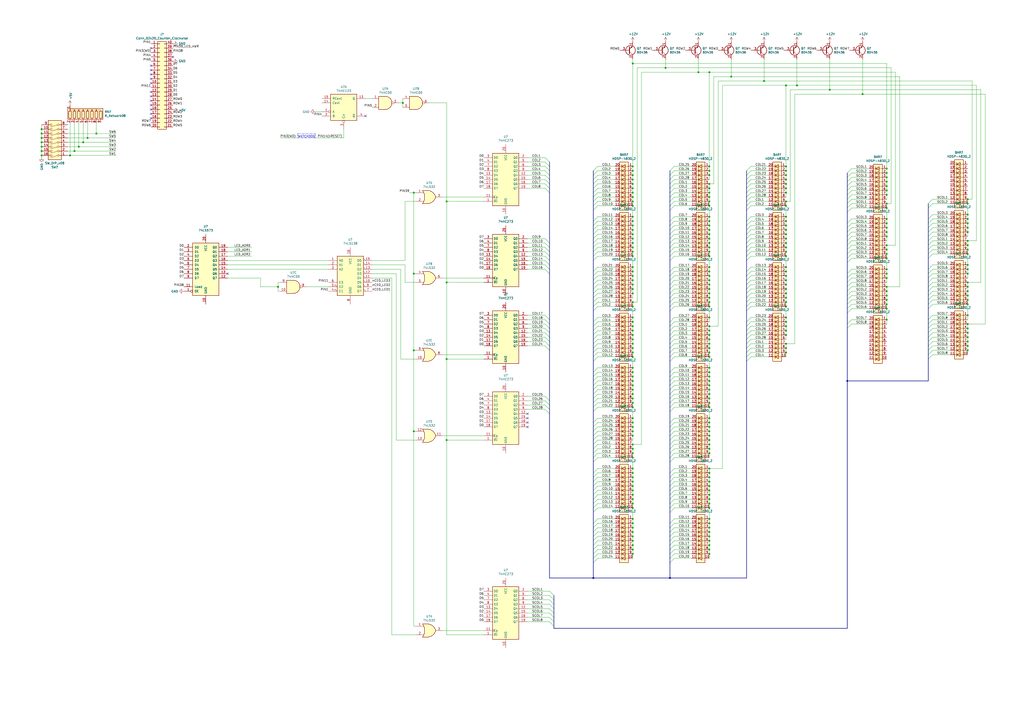
<source format=kicad_sch>
(kicad_sch (version 20211123) (generator eeschema)
  (paper "A2")
  (junction (at 24.13 74.93))
  (junction (at 367.03 276.86))
  (junction (at 367.03 231.14))
  (junction (at 514.35 161.29))
  (junction (at 514.35 113.03))
  (junction (at 514.35 100.33))
  (junction (at 455.93 146.05))
  (junction (at 561.34 163.83))
  (junction (at 514.35 156.21))
  (junction (at 411.48 303.53))
  (junction (at 367.03 233.68))
  (junction (at 455.93 162.56))
  (junction (at 455.93 135.89))
  (junction (at 514.35 132.08))
  (junction (at 367.03 114.3))
  (junction (at 411.48 175.26))
  (junction (at 514.35 144.78))
  (junction (at 411.48 257.81))
  (junction (at 561.34 173.99))
  (junction (at 386.08 39.37))
  (junction (at 367.03 289.56))
  (junction (at 514.35 137.16))
  (junction (at 40.64 90.17))
  (junction (at 455.93 170.18))
  (junction (at 455.93 165.1))
  (junction (at 411.48 276.86))
  (junction (at 455.93 130.81))
  (junction (at 455.93 177.8))
  (junction (at 411.48 247.65))
  (junction (at 367.03 130.81))
  (junction (at 388.62 335.28))
  (junction (at 411.48 148.59))
  (junction (at 411.48 274.32))
  (junction (at 455.93 96.52))
  (junction (at 367.03 308.61))
  (junction (at 367.03 213.36))
  (junction (at 367.03 175.26))
  (junction (at 411.48 125.73))
  (junction (at 411.48 207.01))
  (junction (at 561.34 147.32))
  (junction (at 367.03 311.15))
  (junction (at 411.48 109.22))
  (junction (at 367.03 106.68))
  (junction (at 411.48 321.31))
  (junction (at 514.35 179.07))
  (junction (at 367.03 189.23))
  (junction (at 411.48 279.4))
  (junction (at 240.03 158.75))
  (junction (at 514.35 149.86))
  (junction (at 367.03 133.35))
  (junction (at 561.34 158.75))
  (junction (at 561.34 129.54))
  (junction (at 514.35 110.49))
  (junction (at 455.93 167.64))
  (junction (at 411.48 170.18))
  (junction (at 367.03 207.01))
  (junction (at 455.93 133.35))
  (junction (at 411.48 218.44))
  (junction (at 411.48 143.51))
  (junction (at 367.03 146.05))
  (junction (at 367.03 215.9))
  (junction (at 411.48 311.15))
  (junction (at 561.34 132.08))
  (junction (at 500.38 54.61))
  (junction (at 24.13 77.47))
  (junction (at 367.03 199.39))
  (junction (at 455.93 101.6))
  (junction (at 411.48 294.64))
  (junction (at 411.48 220.98))
  (junction (at 561.34 142.24))
  (junction (at 367.03 318.77))
  (junction (at 411.48 135.89))
  (junction (at 455.93 111.76))
  (junction (at 411.48 281.94))
  (junction (at 455.93 143.51))
  (junction (at 411.48 226.06))
  (junction (at 455.93 138.43))
  (junction (at 367.03 116.84))
  (junction (at 367.03 271.78))
  (junction (at 561.34 168.91))
  (junction (at 411.48 213.36))
  (junction (at 367.03 194.31))
  (junction (at 411.48 300.99))
  (junction (at 455.93 148.59))
  (junction (at 367.03 186.69))
  (junction (at 411.48 106.68))
  (junction (at 561.34 193.04))
  (junction (at 48.26 82.55))
  (junction (at 344.17 335.28))
  (junction (at 367.03 157.48))
  (junction (at 367.03 99.06))
  (junction (at 411.48 215.9))
  (junction (at 259.08 255.27))
  (junction (at 455.93 140.97))
  (junction (at 367.03 292.1))
  (junction (at 367.03 220.98))
  (junction (at 411.48 289.56))
  (junction (at 367.03 228.6))
  (junction (at 411.48 114.3))
  (junction (at 367.03 140.97))
  (junction (at 411.48 313.69))
  (junction (at 367.03 316.23))
  (junction (at 411.48 172.72))
  (junction (at 514.35 147.32))
  (junction (at 411.48 308.61))
  (junction (at 514.35 127))
  (junction (at 367.03 128.27))
  (junction (at 367.03 279.4))
  (junction (at 367.03 300.99))
  (junction (at 411.48 262.89))
  (junction (at 561.34 124.46))
  (junction (at 561.34 127))
  (junction (at 411.48 130.81))
  (junction (at 514.35 107.95))
  (junction (at 367.03 167.64))
  (junction (at 514.35 129.54))
  (junction (at 411.48 96.52))
  (junction (at 411.48 99.06))
  (junction (at 561.34 176.53))
  (junction (at 367.03 226.06))
  (junction (at 455.93 116.84))
  (junction (at 561.34 118.11))
  (junction (at 411.48 177.8))
  (junction (at 455.93 49.53))
  (junction (at 561.34 198.12))
  (junction (at 514.35 118.11))
  (junction (at 411.48 189.23))
  (junction (at 259.08 163.83))
  (junction (at 411.48 245.11))
  (junction (at 514.35 185.42))
  (junction (at 411.48 184.15))
  (junction (at 367.03 250.19))
  (junction (at 367.03 252.73))
  (junction (at 367.03 242.57))
  (junction (at 233.68 59.69))
  (junction (at 367.03 274.32))
  (junction (at 514.35 102.87))
  (junction (at 367.03 148.59))
  (junction (at 411.48 160.02))
  (junction (at 455.93 199.39))
  (junction (at 367.03 184.15))
  (junction (at 561.34 153.67))
  (junction (at 411.48 201.93))
  (junction (at 443.23 46.99))
  (junction (at 367.03 287.02))
  (junction (at 424.18 44.45))
  (junction (at 411.48 111.76))
  (junction (at 561.34 156.21))
  (junction (at 455.93 201.93))
  (junction (at 561.34 115.57))
  (junction (at 367.03 162.56))
  (junction (at 367.03 143.51))
  (junction (at 411.48 316.23))
  (junction (at 561.34 195.58))
  (junction (at 561.34 182.88))
  (junction (at 367.03 125.73))
  (junction (at 411.48 154.94))
  (junction (at 367.03 223.52))
  (junction (at 411.48 271.78))
  (junction (at 367.03 135.89))
  (junction (at 561.34 171.45))
  (junction (at 55.88 77.47))
  (junction (at 514.35 120.65))
  (junction (at 411.48 191.77))
  (junction (at 514.35 176.53))
  (junction (at 411.48 231.14))
  (junction (at 24.13 90.17))
  (junction (at 367.03 138.43))
  (junction (at 411.48 146.05))
  (junction (at 455.93 175.26))
  (junction (at 514.35 105.41))
  (junction (at 411.48 133.35))
  (junction (at 411.48 284.48))
  (junction (at 462.28 49.53))
  (junction (at 411.48 228.6))
  (junction (at 367.03 306.07))
  (junction (at 367.03 36.83))
  (junction (at 411.48 157.48))
  (junction (at 411.48 101.6))
  (junction (at 367.03 170.18))
  (junction (at 411.48 250.19))
  (junction (at 514.35 168.91))
  (junction (at 455.93 99.06))
  (junction (at 411.48 41.91))
  (junction (at 411.48 287.02))
  (junction (at 411.48 162.56))
  (junction (at 24.13 87.63))
  (junction (at 411.48 116.84))
  (junction (at 367.03 111.76))
  (junction (at 240.03 250.19))
  (junction (at 455.93 119.38))
  (junction (at 45.72 85.09))
  (junction (at 411.48 252.73))
  (junction (at 455.93 186.69))
  (junction (at 514.35 173.99))
  (junction (at 411.48 223.52))
  (junction (at 514.35 142.24))
  (junction (at 455.93 157.48))
  (junction (at 481.33 52.07))
  (junction (at 367.03 321.31))
  (junction (at 455.93 191.77))
  (junction (at 367.03 313.69))
  (junction (at 367.03 196.85))
  (junction (at 259.08 116.84))
  (junction (at 411.48 196.85))
  (junction (at 367.03 191.77))
  (junction (at 561.34 187.96))
  (junction (at 367.03 104.14))
  (junction (at 561.34 139.7))
  (junction (at 367.03 160.02))
  (junction (at 367.03 109.22))
  (junction (at 561.34 144.78))
  (junction (at 455.93 109.22))
  (junction (at 43.18 87.63))
  (junction (at 411.48 306.07))
  (junction (at 411.48 233.68))
  (junction (at 411.48 138.43))
  (junction (at 367.03 294.64))
  (junction (at 50.8 80.01))
  (junction (at 455.93 194.31))
  (junction (at 367.03 101.6))
  (junction (at 455.93 106.68))
  (junction (at 411.48 128.27))
  (junction (at 367.03 165.1))
  (junction (at 367.03 281.94))
  (junction (at 455.93 172.72))
  (junction (at 367.03 96.52))
  (junction (at 367.03 204.47))
  (junction (at 455.93 154.94))
  (junction (at 367.03 177.8))
  (junction (at 514.35 97.79))
  (junction (at 561.34 134.62))
  (junction (at 24.13 85.09))
  (junction (at 411.48 236.22))
  (junction (at 367.03 201.93))
  (junction (at 411.48 194.31))
  (junction (at 259.08 208.28))
  (junction (at 411.48 119.38))
  (junction (at 455.93 104.14))
  (junction (at 491.49 220.98))
  (junction (at 411.48 165.1))
  (junction (at 455.93 189.23))
  (junction (at 561.34 203.2))
  (junction (at 161.29 166.37))
  (junction (at 240.03 111.76))
  (junction (at 405.13 41.91))
  (junction (at 561.34 166.37))
  (junction (at 367.03 245.11))
  (junction (at 367.03 247.65))
  (junction (at 411.48 318.77))
  (junction (at 367.03 119.38))
  (junction (at 24.13 82.55))
  (junction (at 367.03 260.35))
  (junction (at 411.48 199.39))
  (junction (at 367.03 236.22))
  (junction (at 514.35 134.62))
  (junction (at 514.35 166.37))
  (junction (at 455.93 204.47))
  (junction (at 367.03 257.81))
  (junction (at 514.35 171.45))
  (junction (at 514.35 158.75))
  (junction (at 411.48 292.1))
  (junction (at 367.03 218.44))
  (junction (at 367.03 265.43))
  (junction (at 367.03 262.89))
  (junction (at 411.48 242.57))
  (junction (at 411.48 140.97))
  (junction (at 367.03 284.48))
  (junction (at 411.48 260.35))
  (junction (at 240.03 203.2))
  (junction (at 455.93 125.73))
  (junction (at 367.03 154.94))
  (junction (at 24.13 80.01))
  (junction (at 367.03 303.53))
  (junction (at 455.93 160.02))
  (junction (at 411.48 204.47))
  (junction (at 455.93 184.15))
  (junction (at 561.34 190.5))
  (junction (at 411.48 167.64))
  (junction (at 411.48 255.27))
  (junction (at 561.34 200.66))
  (junction (at 455.93 128.27))
  (no_connect (at 132.08 158.75))
  (no_connect (at 87.63 27.94))
  (no_connect (at 212.09 67.31))
  (no_connect (at 87.63 66.04))
  (no_connect (at 87.63 68.58))
  (no_connect (at 306.07 240.03))
  (no_connect (at 306.07 242.57))
  (no_connect (at 306.07 245.11))
  (no_connect (at 306.07 247.65))
  (no_connect (at 87.63 43.18))
  (no_connect (at 87.63 40.64))
  (no_connect (at 87.63 38.1))
  (no_connect (at 87.63 58.42))
  (no_connect (at 87.63 63.5))
  (no_connect (at 100.33 33.02))
  (no_connect (at 87.63 53.34))
  (no_connect (at 87.63 55.88))
  (no_connect (at 87.63 45.72))
  (no_connect (at 87.63 48.26))
  (no_connect (at 87.63 60.96))
  (bus_entry (at 391.16 199.39) (size -2.54 2.54))
  (bus_entry (at 316.23 187.96) (size 2.54 2.54))
  (bus_entry (at 346.71 135.89) (size -2.54 2.54))
  (bus_entry (at 435.61 175.26) (size -2.54 2.54))
  (bus_entry (at 346.71 143.51) (size -2.54 2.54))
  (bus_entry (at 346.71 242.57) (size -2.54 2.54))
  (bus_entry (at 391.16 262.89) (size -2.54 2.54))
  (bus_entry (at 391.16 321.31) (size -2.54 2.54))
  (bus_entry (at 541.02 205.74) (size -2.54 2.54))
  (bus_entry (at 316.23 138.43) (size 2.54 2.54))
  (bus_entry (at 391.16 308.61) (size -2.54 2.54))
  (bus_entry (at 494.03 129.54) (size -2.54 2.54))
  (bus_entry (at 346.71 287.02) (size -2.54 2.54))
  (bus_entry (at 541.02 195.58) (size -2.54 2.54))
  (bus_entry (at 435.61 109.22) (size -2.54 2.54))
  (bus_entry (at 346.71 247.65) (size -2.54 2.54))
  (bus_entry (at 391.16 99.06) (size -2.54 2.54))
  (bus_entry (at 541.02 147.32) (size -2.54 2.54))
  (bus_entry (at 346.71 170.18) (size -2.54 2.54))
  (bus_entry (at 391.16 294.64) (size -2.54 2.54))
  (bus_entry (at 541.02 168.91) (size -2.54 2.54))
  (bus_entry (at 435.61 140.97) (size -2.54 2.54))
  (bus_entry (at 346.71 162.56) (size -2.54 2.54))
  (bus_entry (at 435.61 191.77) (size -2.54 2.54))
  (bus_entry (at 391.16 138.43) (size -2.54 2.54))
  (bus_entry (at 346.71 308.61) (size -2.54 2.54))
  (bus_entry (at 435.61 119.38) (size -2.54 2.54))
  (bus_entry (at 391.16 311.15) (size -2.54 2.54))
  (bus_entry (at 435.61 135.89) (size -2.54 2.54))
  (bus_entry (at 316.23 146.05) (size 2.54 2.54))
  (bus_entry (at 346.71 292.1) (size -2.54 2.54))
  (bus_entry (at 541.02 198.12) (size -2.54 2.54))
  (bus_entry (at 435.61 116.84) (size -2.54 2.54))
  (bus_entry (at 391.16 194.31) (size -2.54 2.54))
  (bus_entry (at 346.71 321.31) (size -2.54 2.54))
  (bus_entry (at 391.16 96.52) (size -2.54 2.54))
  (bus_entry (at 494.03 132.08) (size -2.54 2.54))
  (bus_entry (at 494.03 127) (size -2.54 2.54))
  (bus_entry (at 435.61 199.39) (size -2.54 2.54))
  (bus_entry (at 435.61 170.18) (size -2.54 2.54))
  (bus_entry (at 346.71 199.39) (size -2.54 2.54))
  (bus_entry (at 346.71 175.26) (size -2.54 2.54))
  (bus_entry (at 541.02 127) (size -2.54 2.54))
  (bus_entry (at 391.16 215.9) (size -2.54 2.54))
  (bus_entry (at 541.02 156.21) (size -2.54 2.54))
  (bus_entry (at 391.16 116.84) (size -2.54 2.54))
  (bus_entry (at 346.71 228.6) (size -2.54 2.54))
  (bus_entry (at 391.16 184.15) (size -2.54 2.54))
  (bus_entry (at 346.71 213.36) (size -2.54 2.54))
  (bus_entry (at 435.61 204.47) (size -2.54 2.54))
  (bus_entry (at 435.61 111.76) (size -2.54 2.54))
  (bus_entry (at 435.61 128.27) (size -2.54 2.54))
  (bus_entry (at 435.61 133.35) (size -2.54 2.54))
  (bus_entry (at 316.23 185.42) (size 2.54 2.54))
  (bus_entry (at 346.71 165.1) (size -2.54 2.54))
  (bus_entry (at 494.03 149.86) (size -2.54 2.54))
  (bus_entry (at 541.02 153.67) (size -2.54 2.54))
  (bus_entry (at 391.16 111.76) (size -2.54 2.54))
  (bus_entry (at 346.71 316.23) (size -2.54 2.54))
  (bus_entry (at 346.71 265.43) (size -2.54 2.54))
  (bus_entry (at 391.16 191.77) (size -2.54 2.54))
  (bus_entry (at 391.16 223.52) (size -2.54 2.54))
  (bus_entry (at 391.16 284.48) (size -2.54 2.54))
  (bus_entry (at 391.16 289.56) (size -2.54 2.54))
  (bus_entry (at 541.02 171.45) (size -2.54 2.54))
  (bus_entry (at 316.23 232.41) (size 2.54 2.54))
  (bus_entry (at 391.16 165.1) (size -2.54 2.54))
  (bus_entry (at 435.61 196.85) (size -2.54 2.54))
  (bus_entry (at 391.16 106.68) (size -2.54 2.54))
  (bus_entry (at 391.16 257.81) (size -2.54 2.54))
  (bus_entry (at 435.61 194.31) (size -2.54 2.54))
  (bus_entry (at 494.03 137.16) (size -2.54 2.54))
  (bus_entry (at 494.03 147.32) (size -2.54 2.54))
  (bus_entry (at 346.71 311.15) (size -2.54 2.54))
  (bus_entry (at 435.61 207.01) (size -2.54 2.54))
  (bus_entry (at 346.71 116.84) (size -2.54 2.54))
  (bus_entry (at 316.23 140.97) (size 2.54 2.54))
  (bus_entry (at 391.16 231.14) (size -2.54 2.54))
  (bus_entry (at 391.16 271.78) (size -2.54 2.54))
  (bus_entry (at 494.03 163.83) (size -2.54 2.54))
  (bus_entry (at 494.03 158.75) (size -2.54 2.54))
  (bus_entry (at 346.71 279.4) (size -2.54 2.54))
  (bus_entry (at 391.16 265.43) (size -2.54 2.54))
  (bus_entry (at 316.23 143.51) (size 2.54 2.54))
  (bus_entry (at 346.71 257.81) (size -2.54 2.54))
  (bus_entry (at 316.23 229.87) (size 2.54 2.54))
  (bus_entry (at 391.16 157.48) (size -2.54 2.54))
  (bus_entry (at 391.16 292.1) (size -2.54 2.54))
  (bus_entry (at 391.16 207.01) (size -2.54 2.54))
  (bus_entry (at 494.03 185.42) (size -2.54 2.54))
  (bus_entry (at 435.61 189.23) (size -2.54 2.54))
  (bus_entry (at 346.71 146.05) (size -2.54 2.54))
  (bus_entry (at 541.02 124.46) (size -2.54 2.54))
  (bus_entry (at 391.16 250.19) (size -2.54 2.54))
  (bus_entry (at 435.61 186.69) (size -2.54 2.54))
  (bus_entry (at 494.03 171.45) (size -2.54 2.54))
  (bus_entry (at 391.16 228.6) (size -2.54 2.54))
  (bus_entry (at 346.71 194.31) (size -2.54 2.54))
  (bus_entry (at 435.61 154.94) (size -2.54 2.54))
  (bus_entry (at 346.71 204.47) (size -2.54 2.54))
  (bus_entry (at 391.16 177.8) (size -2.54 2.54))
  (bus_entry (at 541.02 134.62) (size -2.54 2.54))
  (bus_entry (at 391.16 276.86) (size -2.54 2.54))
  (bus_entry (at 494.03 139.7) (size -2.54 2.54))
  (bus_entry (at 541.02 137.16) (size -2.54 2.54))
  (bus_entry (at 346.71 245.11) (size -2.54 2.54))
  (bus_entry (at 435.61 143.51) (size -2.54 2.54))
  (bus_entry (at 391.16 213.36) (size -2.54 2.54))
  (bus_entry (at 391.16 140.97) (size -2.54 2.54))
  (bus_entry (at 346.71 114.3) (size -2.54 2.54))
  (bus_entry (at 494.03 134.62) (size -2.54 2.54))
  (bus_entry (at 494.03 142.24) (size -2.54 2.54))
  (bus_entry (at 541.02 144.78) (size -2.54 2.54))
  (bus_entry (at 318.77 360.68) (size 2.54 2.54))
  (bus_entry (at 391.16 306.07) (size -2.54 2.54))
  (bus_entry (at 316.23 156.21) (size 2.54 2.54))
  (bus_entry (at 391.16 162.56) (size -2.54 2.54))
  (bus_entry (at 391.16 125.73) (size -2.54 2.54))
  (bus_entry (at 318.77 350.52) (size 2.54 2.54))
  (bus_entry (at 391.16 303.53) (size -2.54 2.54))
  (bus_entry (at 435.61 146.05) (size -2.54 2.54))
  (bus_entry (at 391.16 323.85) (size -2.54 2.54))
  (bus_entry (at 494.03 166.37) (size -2.54 2.54))
  (bus_entry (at 391.16 128.27) (size -2.54 2.54))
  (bus_entry (at 346.71 148.59) (size -2.54 2.54))
  (bus_entry (at 391.16 196.85) (size -2.54 2.54))
  (bus_entry (at 391.16 119.38) (size -2.54 2.54))
  (bus_entry (at 391.16 135.89) (size -2.54 2.54))
  (bus_entry (at 541.02 115.57) (size -2.54 2.54))
  (bus_entry (at 541.02 118.11) (size -2.54 2.54))
  (bus_entry (at 391.16 204.47) (size -2.54 2.54))
  (bus_entry (at 346.71 96.52) (size -2.54 2.54))
  (bus_entry (at 346.71 133.35) (size -2.54 2.54))
  (bus_entry (at 435.61 130.81) (size -2.54 2.54))
  (bus_entry (at 346.71 172.72) (size -2.54 2.54))
  (bus_entry (at 318.77 345.44) (size 2.54 2.54))
  (bus_entry (at 391.16 172.72) (size -2.54 2.54))
  (bus_entry (at 346.71 223.52) (size -2.54 2.54))
  (bus_entry (at 346.71 306.07) (size -2.54 2.54))
  (bus_entry (at 391.16 170.18) (size -2.54 2.54))
  (bus_entry (at 391.16 143.51) (size -2.54 2.54))
  (bus_entry (at 316.23 195.58) (size 2.54 2.54))
  (bus_entry (at 391.16 104.14) (size -2.54 2.54))
  (bus_entry (at 346.71 226.06) (size -2.54 2.54))
  (bus_entry (at 346.71 313.69) (size -2.54 2.54))
  (bus_entry (at 316.23 234.95) (size 2.54 2.54))
  (bus_entry (at 435.61 96.52) (size -2.54 2.54))
  (bus_entry (at 346.71 323.85) (size -2.54 2.54))
  (bus_entry (at 435.61 160.02) (size -2.54 2.54))
  (bus_entry (at 346.71 262.89) (size -2.54 2.54))
  (bus_entry (at 346.71 104.14) (size -2.54 2.54))
  (bus_entry (at 346.71 274.32) (size -2.54 2.54))
  (bus_entry (at 435.61 99.06) (size -2.54 2.54))
  (bus_entry (at 391.16 242.57) (size -2.54 2.54))
  (bus_entry (at 541.02 187.96) (size -2.54 2.54))
  (bus_entry (at 346.71 191.77) (size -2.54 2.54))
  (bus_entry (at 494.03 187.96) (size -2.54 2.54))
  (bus_entry (at 346.71 177.8) (size -2.54 2.54))
  (bus_entry (at 391.16 101.6) (size -2.54 2.54))
  (bus_entry (at 435.61 106.68) (size -2.54 2.54))
  (bus_entry (at 435.61 184.15) (size -2.54 2.54))
  (bus_entry (at 494.03 179.07) (size -2.54 2.54))
  (bus_entry (at 346.71 189.23) (size -2.54 2.54))
  (bus_entry (at 346.71 255.27) (size -2.54 2.54))
  (bus_entry (at 346.71 109.22) (size -2.54 2.54))
  (bus_entry (at 346.71 157.48) (size -2.54 2.54))
  (bus_entry (at 435.61 172.72) (size -2.54 2.54))
  (bus_entry (at 391.16 160.02) (size -2.54 2.54))
  (bus_entry (at 346.71 140.97) (size -2.54 2.54))
  (bus_entry (at 541.02 142.24) (size -2.54 2.54))
  (bus_entry (at 346.71 233.68) (size -2.54 2.54))
  (bus_entry (at 316.23 198.12) (size 2.54 2.54))
  (bus_entry (at 391.16 274.32) (size -2.54 2.54))
  (bus_entry (at 316.23 182.88) (size 2.54 2.54))
  (bus_entry (at 391.16 236.22) (size -2.54 2.54))
  (bus_entry (at 346.71 289.56) (size -2.54 2.54))
  (bus_entry (at 541.02 203.2) (size -2.54 2.54))
  (bus_entry (at 391.16 146.05) (size -2.54 2.54))
  (bus_entry (at 391.16 245.11) (size -2.54 2.54))
  (bus_entry (at 435.61 101.6) (size -2.54 2.54))
  (bus_entry (at 541.02 158.75) (size -2.54 2.54))
  (bus_entry (at 391.16 114.3) (size -2.54 2.54))
  (bus_entry (at 541.02 182.88) (size -2.54 2.54))
  (bus_entry (at 391.16 154.94) (size -2.54 2.54))
  (bus_entry (at 316.23 91.44) (size 2.54 2.54))
  (bus_entry (at 316.23 96.52) (size 2.54 2.54))
  (bus_entry (at 316.23 93.98) (size 2.54 2.54))
  (bus_entry (at 316.23 109.22) (size 2.54 2.54))
  (bus_entry (at 316.23 106.68) (size 2.54 2.54))
  (bus_entry (at 316.23 104.14) (size 2.54 2.54))
  (bus_entry (at 316.23 99.06) (size 2.54 2.54))
  (bus_entry (at 316.23 101.6) (size 2.54 2.54))
  (bus_entry (at 346.71 276.86) (size -2.54 2.54))
  (bus_entry (at 346.71 220.98) (size -2.54 2.54))
  (bus_entry (at 346.71 252.73) (size -2.54 2.54))
  (bus_entry (at 391.16 133.35) (size -2.54 2.54))
  (bus_entry (at 494.03 176.53) (size -2.54 2.54))
  (bus_entry (at 346.71 207.01) (size -2.54 2.54))
  (bus_entry (at 316.23 200.66) (size 2.54 2.54))
  (bus_entry (at 346.71 284.48) (size -2.54 2.54))
  (bus_entry (at 391.16 148.59) (size -2.54 2.54))
  (bus_entry (at 541.02 132.08) (size -2.54 2.54))
  (bus_entry (at 318.77 355.6) (size 2.54 2.54))
  (bus_entry (at 494.03 168.91) (size -2.54 2.54))
  (bus_entry (at 494.03 161.29) (size -2.54 2.54))
  (bus_entry (at 541.02 166.37) (size -2.54 2.54))
  (bus_entry (at 316.23 153.67) (size 2.54 2.54))
  (bus_entry (at 435.61 125.73) (size -2.54 2.54))
  (bus_entry (at 346.71 99.06) (size -2.54 2.54))
  (bus_entry (at 541.02 190.5) (size -2.54 2.54))
  (bus_entry (at 391.16 233.68) (size -2.54 2.54))
  (bus_entry (at 346.71 111.76) (size -2.54 2.54))
  (bus_entry (at 391.16 201.93) (size -2.54 2.54))
  (bus_entry (at 318.77 353.06) (size 2.54 2.54))
  (bus_entry (at 346.71 271.78) (size -2.54 2.54))
  (bus_entry (at 346.71 119.38) (size -2.54 2.54))
  (bus_entry (at 391.16 318.77) (size -2.54 2.54))
  (bus_entry (at 346.71 106.68) (size -2.54 2.54))
  (bus_entry (at 346.71 130.81) (size -2.54 2.54))
  (bus_entry (at 435.61 162.56) (size -2.54 2.54))
  (bus_entry (at 391.16 279.4) (size -2.54 2.54))
  (bus_entry (at 391.16 247.65) (size -2.54 2.54))
  (bus_entry (at 391.16 260.35) (size -2.54 2.54))
  (bus_entry (at 435.61 148.59) (size -2.54 2.54))
  (bus_entry (at 391.16 287.02) (size -2.54 2.54))
  (bus_entry (at 541.02 185.42) (size -2.54 2.54))
  (bus_entry (at 435.61 157.48) (size -2.54 2.54))
  (bus_entry (at 316.23 237.49) (size 2.54 2.54))
  (bus_entry (at 391.16 109.22) (size -2.54 2.54))
  (bus_entry (at 435.61 167.64) (size -2.54 2.54))
  (bus_entry (at 494.03 173.99) (size -2.54 2.54))
  (bus_entry (at 318.77 342.9) (size 2.54 2.54))
  (bus_entry (at 435.61 114.3) (size -2.54 2.54))
  (bus_entry (at 541.02 200.66) (size -2.54 2.54))
  (bus_entry (at 346.71 138.43) (size -2.54 2.54))
  (bus_entry (at 318.77 347.98) (size 2.54 2.54))
  (bus_entry (at 346.71 186.69) (size -2.54 2.54))
  (bus_entry (at 391.16 313.69) (size -2.54 2.54))
  (bus_entry (at 391.16 175.26) (size -2.54 2.54))
  (bus_entry (at 541.02 129.54) (size -2.54 2.54))
  (bus_entry (at 391.16 281.94) (size -2.54 2.54))
  (bus_entry (at 346.71 250.19) (size -2.54 2.54))
  (bus_entry (at 391.16 255.27) (size -2.54 2.54))
  (bus_entry (at 346.71 184.15) (size -2.54 2.54))
  (bus_entry (at 391.16 316.23) (size -2.54 2.54))
  (bus_entry (at 391.16 220.98) (size -2.54 2.54))
  (bus_entry (at 316.23 193.04) (size 2.54 2.54))
  (bus_entry (at 494.03 120.65) (size -2.54 2.54))
  (bus_entry (at 494.03 118.11) (size -2.54 2.54))
  (bus_entry (at 494.03 102.87) (size -2.54 2.54))
  (bus_entry (at 494.03 100.33) (size -2.54 2.54))
  (bus_entry (at 494.03 105.41) (size -2.54 2.54))
  (bus_entry (at 494.03 97.79) (size -2.54 2.54))
  (bus_entry (at 494.03 113.03) (size -2.54 2.54))
  (bus_entry (at 494.03 115.57) (size -2.54 2.54))
  (bus_entry (at 494.03 110.49) (size -2.54 2.54))
  (bus_entry (at 494.03 107.95) (size -2.54 2.54))
  (bus_entry (at 391.16 167.64) (size -2.54 2.54))
  (bus_entry (at 494.03 144.78) (size -2.54 2.54))
  (bus_entry (at 494.03 156.21) (size -2.54 2.54))
  (bus_entry (at 346.71 318.77) (size -2.54 2.54))
  (bus_entry (at 318.77 358.14) (size 2.54 2.54))
  (bus_entry (at 346.71 196.85) (size -2.54 2.54))
  (bus_entry (at 435.61 177.8) (size -2.54 2.54))
  (bus_entry (at 391.16 189.23) (size -2.54 2.54))
  (bus_entry (at 391.16 300.99) (size -2.54 2.54))
  (bus_entry (at 346.71 303.53) (size -2.54 2.54))
  (bus_entry (at 435.61 104.14) (size -2.54 2.54))
  (bus_entry (at 435.61 201.93) (size -2.54 2.54))
  (bus_entry (at 541.02 193.04) (size -2.54 2.54))
  (bus_entry (at 316.23 148.59) (size 2.54 2.54))
  (bus_entry (at 391.16 130.81) (size -2.54 2.54))
  (bus_entry (at 346.71 231.14) (size -2.54 2.54))
  (bus_entry (at 346.71 236.22) (size -2.54 2.54))
  (bus_entry (at 346.71 215.9) (size -2.54 2.54))
  (bus_entry (at 541.02 163.83) (size -2.54 2.54))
  (bus_entry (at 346.71 281.94) (size -2.54 2.54))
  (bus_entry (at 391.16 186.69) (size -2.54 2.54))
  (bus_entry (at 346.71 125.73) (size -2.54 2.54))
  (bus_entry (at 541.02 161.29) (size -2.54 2.54))
  (bus_entry (at 346.71 154.94) (size -2.54 2.54))
  (bus_entry (at 435.61 165.1) (size -2.54 2.54))
  (bus_entry (at 346.71 201.93) (size -2.54 2.54))
  (bus_entry (at 435.61 138.43) (size -2.54 2.54))
  (bus_entry (at 316.23 190.5) (size 2.54 2.54))
  (bus_entry (at 391.16 218.44) (size -2.54 2.54))
  (bus_entry (at 346.71 160.02) (size -2.54 2.54))
  (bus_entry (at 346.71 167.64) (size -2.54 2.54))
  (bus_entry (at 541.02 176.53) (size -2.54 2.54))
  (bus_entry (at 346.71 294.64) (size -2.54 2.54))
  (bus_entry (at 316.23 151.13) (size 2.54 2.54))
  (bus_entry (at 346.71 300.99) (size -2.54 2.54))
  (bus_entry (at 346.71 128.27) (size -2.54 2.54))
  (bus_entry (at 391.16 252.73) (size -2.54 2.54))
  (bus_entry (at 391.16 226.06) (size -2.54 2.54))
  (bus_entry (at 541.02 173.99) (size -2.54 2.54))
  (bus_entry (at 346.71 260.35) (size -2.54 2.54))
  (bus_entry (at 346.71 101.6) (size -2.54 2.54))
  (bus_entry (at 346.71 218.44) (size -2.54 2.54))
  (bus_entry (at 541.02 139.7) (size -2.54 2.54))
  (wire (pts (xy 455.93 104.14) (xy 455.93 106.68)))
  (wire (pts (xy 391.16 143.51) (xy 401.32 143.51)))
  (wire (pts (xy 391.16 106.68) (xy 401.32 106.68)))
  (wire (pts (xy 45.72 85.09) (xy 45.72 71.12)))
  (bus (pts (xy 433.07 160.02) (xy 433.07 162.56)))
  (wire (pts (xy 39.37 85.09) (xy 45.72 85.09)))
  (wire (pts (xy 346.71 189.23) (xy 356.87 189.23)))
  (bus (pts (xy 433.07 99.06) (xy 433.07 101.6)))
  (wire (pts (xy 411.48 213.36) (xy 411.48 215.9)))
  (bus (pts (xy 433.07 104.14) (xy 433.07 106.68)))
  (wire (pts (xy 455.93 148.59) (xy 455.93 154.94)))
  (bus (pts (xy 388.62 151.13) (xy 388.62 157.48)))
  (wire (pts (xy 521.97 44.45) (xy 424.18 44.45)))
  (wire (pts (xy 494.03 158.75) (xy 504.19 158.75)))
  (wire (pts (xy 494.03 120.65) (xy 504.19 120.65)))
  (bus (pts (xy 491.49 118.11) (xy 491.49 120.65)))
  (wire (pts (xy 346.71 154.94) (xy 356.87 154.94)))
  (wire (pts (xy 541.02 161.29) (xy 551.18 161.29)))
  (wire (pts (xy 372.11 41.91) (xy 405.13 41.91)))
  (wire (pts (xy 43.18 87.63) (xy 67.31 87.63)))
  (wire (pts (xy 561.34 153.67) (xy 561.34 147.32)))
  (wire (pts (xy 132.08 148.59) (xy 146.05 148.59)))
  (wire (pts (xy 391.16 255.27) (xy 401.32 255.27)))
  (bus (pts (xy 388.62 276.86) (xy 388.62 279.4)))
  (bus (pts (xy 491.49 220.98) (xy 491.49 364.49)))
  (wire (pts (xy 455.93 172.72) (xy 455.93 175.26)))
  (wire (pts (xy 494.03 168.91) (xy 504.19 168.91)))
  (wire (pts (xy 306.07 350.52) (xy 318.77 350.52)))
  (wire (pts (xy 367.03 111.76) (xy 367.03 114.3)))
  (wire (pts (xy 411.48 177.8) (xy 411.48 175.26)))
  (bus (pts (xy 433.07 191.77) (xy 433.07 194.31)))
  (wire (pts (xy 306.07 190.5) (xy 316.23 190.5)))
  (wire (pts (xy 391.16 165.1) (xy 401.32 165.1)))
  (bus (pts (xy 318.77 111.76) (xy 318.77 140.97)))
  (bus (pts (xy 344.17 287.02) (xy 344.17 289.56)))
  (wire (pts (xy 391.16 186.69) (xy 401.32 186.69)))
  (wire (pts (xy 541.02 163.83) (xy 551.18 163.83)))
  (wire (pts (xy 455.93 140.97) (xy 455.93 143.51)))
  (bus (pts (xy 344.17 260.35) (xy 344.17 262.89)))
  (wire (pts (xy 346.71 313.69) (xy 356.87 313.69)))
  (wire (pts (xy 346.71 106.68) (xy 356.87 106.68)))
  (wire (pts (xy 435.61 154.94) (xy 445.77 154.94)))
  (wire (pts (xy 411.48 157.48) (xy 411.48 154.94)))
  (wire (pts (xy 416.56 189.23) (xy 416.56 46.99)))
  (wire (pts (xy 541.02 124.46) (xy 551.18 124.46)))
  (wire (pts (xy 411.48 303.53) (xy 411.48 306.07)))
  (bus (pts (xy 433.07 189.23) (xy 433.07 191.77)))
  (wire (pts (xy 435.61 125.73) (xy 445.77 125.73)))
  (wire (pts (xy 367.03 260.35) (xy 367.03 262.89)))
  (wire (pts (xy 411.48 186.69) (xy 411.48 184.15)))
  (bus (pts (xy 388.62 318.77) (xy 388.62 321.31)))
  (wire (pts (xy 132.08 153.67) (xy 190.5 153.67)))
  (bus (pts (xy 388.62 245.11) (xy 388.62 247.65)))
  (bus (pts (xy 433.07 133.35) (xy 433.07 135.89)))
  (wire (pts (xy 514.35 36.83) (xy 514.35 97.79)))
  (wire (pts (xy 346.71 172.72) (xy 356.87 172.72)))
  (wire (pts (xy 132.08 151.13) (xy 190.5 151.13)))
  (bus (pts (xy 388.62 265.43) (xy 388.62 267.97)))
  (bus (pts (xy 388.62 186.69) (xy 388.62 189.23)))
  (bus (pts (xy 433.07 119.38) (xy 433.07 121.92)))
  (bus (pts (xy 344.17 297.18) (xy 344.17 303.53)))
  (wire (pts (xy 241.3 111.76) (xy 240.03 111.76)))
  (wire (pts (xy 455.93 143.51) (xy 455.93 146.05)))
  (wire (pts (xy 514.35 118.11) (xy 516.89 118.11)))
  (wire (pts (xy 391.16 294.64) (xy 401.32 294.64)))
  (wire (pts (xy 494.03 185.42) (xy 504.19 185.42)))
  (wire (pts (xy 306.07 234.95) (xy 316.23 234.95)))
  (wire (pts (xy 411.48 167.64) (xy 411.48 165.1)))
  (bus (pts (xy 433.07 162.56) (xy 433.07 165.1)))
  (wire (pts (xy 455.93 106.68) (xy 455.93 109.22)))
  (wire (pts (xy 346.71 318.77) (xy 356.87 318.77)))
  (bus (pts (xy 491.49 107.95) (xy 491.49 110.49)))
  (wire (pts (xy 391.16 138.43) (xy 401.32 138.43)))
  (wire (pts (xy 541.02 168.91) (xy 551.18 168.91)))
  (bus (pts (xy 538.48 179.07) (xy 538.48 185.42)))
  (wire (pts (xy 514.35 142.24) (xy 514.35 144.78)))
  (wire (pts (xy 411.48 236.22) (xy 411.48 242.57)))
  (bus (pts (xy 491.49 113.03) (xy 491.49 115.57)))
  (bus (pts (xy 388.62 196.85) (xy 388.62 199.39)))
  (wire (pts (xy 367.03 292.1) (xy 367.03 294.64)))
  (wire (pts (xy 435.61 130.81) (xy 445.77 130.81)))
  (wire (pts (xy 514.35 137.16) (xy 514.35 139.7)))
  (wire (pts (xy 391.16 218.44) (xy 401.32 218.44)))
  (wire (pts (xy 280.67 368.3) (xy 259.08 368.3)))
  (bus (pts (xy 538.48 190.5) (xy 538.48 193.04)))
  (wire (pts (xy 411.48 255.27) (xy 411.48 257.81)))
  (wire (pts (xy 391.16 306.07) (xy 401.32 306.07)))
  (bus (pts (xy 318.77 156.21) (xy 318.77 158.75)))
  (wire (pts (xy 411.48 308.61) (xy 411.48 311.15)))
  (wire (pts (xy 568.96 163.83) (xy 568.96 52.07)))
  (wire (pts (xy 435.61 160.02) (xy 445.77 160.02)))
  (bus (pts (xy 318.77 106.68) (xy 318.77 109.22)))
  (wire (pts (xy 367.03 148.59) (xy 367.03 154.94)))
  (wire (pts (xy 391.16 213.36) (xy 401.32 213.36)))
  (wire (pts (xy 367.03 170.18) (xy 367.03 172.72)))
  (polyline (pts (xy 182.88 77.47) (xy 182.88 80.01)))
  (wire (pts (xy 411.48 191.77) (xy 411.48 194.31)))
  (wire (pts (xy 367.03 109.22) (xy 367.03 111.76)))
  (wire (pts (xy 571.5 187.96) (xy 571.5 54.61)))
  (wire (pts (xy 306.07 355.6) (xy 318.77 355.6)))
  (wire (pts (xy 458.47 52.07) (xy 481.33 52.07)))
  (bus (pts (xy 318.77 104.14) (xy 318.77 106.68)))
  (bus (pts (xy 344.17 292.1) (xy 344.17 294.64)))
  (wire (pts (xy 391.16 262.89) (xy 401.32 262.89)))
  (wire (pts (xy 306.07 138.43) (xy 316.23 138.43)))
  (bus (pts (xy 388.62 308.61) (xy 388.62 311.15)))
  (bus (pts (xy 491.49 129.54) (xy 491.49 132.08)))
  (bus (pts (xy 538.48 203.2) (xy 538.48 205.74)))
  (bus (pts (xy 388.62 250.19) (xy 388.62 252.73)))
  (wire (pts (xy 391.16 184.15) (xy 401.32 184.15)))
  (wire (pts (xy 411.48 316.23) (xy 411.48 318.77)))
  (wire (pts (xy 519.43 142.24) (xy 519.43 41.91)))
  (wire (pts (xy 346.71 99.06) (xy 356.87 99.06)))
  (wire (pts (xy 182.88 64.77) (xy 186.69 64.77)))
  (wire (pts (xy 411.48 228.6) (xy 411.48 231.14)))
  (bus (pts (xy 538.48 208.28) (xy 538.48 220.98)))
  (wire (pts (xy 256.54 205.74) (xy 280.67 205.74)))
  (wire (pts (xy 306.07 148.59) (xy 316.23 148.59)))
  (wire (pts (xy 494.03 156.21) (xy 504.19 156.21)))
  (wire (pts (xy 455.93 99.06) (xy 455.93 101.6)))
  (wire (pts (xy 514.35 97.79) (xy 514.35 100.33)))
  (polyline (pts (xy 182.88 80.01) (xy 172.72 80.01)))
  (bus (pts (xy 344.17 199.39) (xy 344.17 201.93)))
  (bus (pts (xy 321.31 364.49) (xy 491.49 364.49)))
  (bus (pts (xy 344.17 284.48) (xy 344.17 287.02)))
  (bus (pts (xy 344.17 165.1) (xy 344.17 167.64)))
  (wire (pts (xy 386.08 34.29) (xy 386.08 39.37)))
  (wire (pts (xy 455.93 109.22) (xy 455.93 111.76)))
  (wire (pts (xy 391.16 233.68) (xy 401.32 233.68)))
  (wire (pts (xy 346.71 287.02) (xy 356.87 287.02)))
  (bus (pts (xy 344.17 160.02) (xy 344.17 162.56)))
  (wire (pts (xy 367.03 257.81) (xy 372.11 257.81)))
  (wire (pts (xy 256.54 365.76) (xy 280.67 365.76)))
  (wire (pts (xy 306.07 195.58) (xy 316.23 195.58)))
  (wire (pts (xy 45.72 85.09) (xy 67.31 85.09)))
  (bus (pts (xy 318.77 109.22) (xy 318.77 111.76)))
  (wire (pts (xy 561.34 173.99) (xy 561.34 176.53)))
  (wire (pts (xy 346.71 220.98) (xy 356.87 220.98)))
  (wire (pts (xy 514.35 127) (xy 514.35 129.54)))
  (bus (pts (xy 388.62 313.69) (xy 388.62 316.23)))
  (wire (pts (xy 411.48 306.07) (xy 411.48 308.61)))
  (bus (pts (xy 491.49 100.33) (xy 491.49 102.87)))
  (bus (pts (xy 538.48 129.54) (xy 538.48 132.08)))
  (wire (pts (xy 367.03 199.39) (xy 367.03 201.93)))
  (wire (pts (xy 411.48 252.73) (xy 411.48 255.27)))
  (bus (pts (xy 433.07 170.18) (xy 433.07 172.72)))
  (wire (pts (xy 494.03 115.57) (xy 504.19 115.57)))
  (wire (pts (xy 455.93 111.76) (xy 455.93 114.3)))
  (wire (pts (xy 561.34 161.29) (xy 561.34 158.75)))
  (wire (pts (xy 561.34 171.45) (xy 561.34 173.99)))
  (wire (pts (xy 367.03 191.77) (xy 367.03 194.31)))
  (wire (pts (xy 24.13 90.17) (xy 24.13 87.63)))
  (wire (pts (xy 346.71 311.15) (xy 356.87 311.15)))
  (bus (pts (xy 388.62 231.14) (xy 388.62 233.68)))
  (wire (pts (xy 435.61 109.22) (xy 445.77 109.22)))
  (bus (pts (xy 433.07 114.3) (xy 433.07 116.84)))
  (bus (pts (xy 321.31 350.52) (xy 321.31 353.06)))
  (wire (pts (xy 435.61 140.97) (xy 445.77 140.97)))
  (bus (pts (xy 388.62 252.73) (xy 388.62 255.27)))
  (polyline (pts (xy 172.72 77.47) (xy 182.88 77.47)))
  (wire (pts (xy 435.61 175.26) (xy 445.77 175.26)))
  (bus (pts (xy 344.17 223.52) (xy 344.17 226.06)))
  (wire (pts (xy 306.07 156.21) (xy 316.23 156.21)))
  (wire (pts (xy 455.93 194.31) (xy 455.93 196.85)))
  (wire (pts (xy 455.93 125.73) (xy 455.93 128.27)))
  (wire (pts (xy 306.07 347.98) (xy 318.77 347.98)))
  (wire (pts (xy 306.07 182.88) (xy 316.23 182.88)))
  (wire (pts (xy 367.03 175.26) (xy 367.03 177.8)))
  (wire (pts (xy 411.48 160.02) (xy 411.48 157.48)))
  (wire (pts (xy 346.71 279.4) (xy 356.87 279.4)))
  (bus (pts (xy 388.62 167.64) (xy 388.62 170.18)))
  (wire (pts (xy 391.16 226.06) (xy 401.32 226.06)))
  (bus (pts (xy 388.62 109.22) (xy 388.62 111.76)))
  (wire (pts (xy 411.48 101.6) (xy 411.48 104.14)))
  (bus (pts (xy 538.48 139.7) (xy 538.48 142.24)))
  (wire (pts (xy 435.61 172.72) (xy 445.77 172.72)))
  (wire (pts (xy 561.34 163.83) (xy 561.34 166.37)))
  (bus (pts (xy 538.48 137.16) (xy 538.48 139.7)))
  (wire (pts (xy 391.16 316.23) (xy 401.32 316.23)))
  (wire (pts (xy 455.93 160.02) (xy 455.93 162.56)))
  (wire (pts (xy 455.93 146.05) (xy 455.93 148.59)))
  (bus (pts (xy 344.17 143.51) (xy 344.17 146.05)))
  (bus (pts (xy 538.48 166.37) (xy 538.48 168.91)))
  (wire (pts (xy 391.16 252.73) (xy 401.32 252.73)))
  (wire (pts (xy 346.71 321.31) (xy 356.87 321.31)))
  (bus (pts (xy 491.49 187.96) (xy 491.49 190.5)))
  (wire (pts (xy 234.95 153.67) (xy 234.95 163.83)))
  (wire (pts (xy 435.61 148.59) (xy 445.77 148.59)))
  (bus (pts (xy 344.17 250.19) (xy 344.17 252.73)))
  (wire (pts (xy 455.93 130.81) (xy 455.93 133.35)))
  (bus (pts (xy 318.77 146.05) (xy 318.77 148.59)))
  (wire (pts (xy 481.33 52.07) (xy 568.96 52.07)))
  (wire (pts (xy 367.03 311.15) (xy 367.03 313.69)))
  (bus (pts (xy 538.48 173.99) (xy 538.48 176.53)))
  (bus (pts (xy 388.62 287.02) (xy 388.62 289.56)))
  (wire (pts (xy 306.07 93.98) (xy 316.23 93.98)))
  (wire (pts (xy 132.08 143.51) (xy 146.05 143.51)))
  (wire (pts (xy 161.29 166.37) (xy 161.29 163.83)))
  (bus (pts (xy 344.17 106.68) (xy 344.17 109.22)))
  (wire (pts (xy 411.48 138.43) (xy 411.48 135.89)))
  (bus (pts (xy 388.62 104.14) (xy 388.62 106.68)))
  (bus (pts (xy 344.17 233.68) (xy 344.17 236.22)))
  (wire (pts (xy 411.48 41.91) (xy 411.48 96.52)))
  (wire (pts (xy 461.01 54.61) (xy 500.38 54.61)))
  (wire (pts (xy 346.71 316.23) (xy 356.87 316.23)))
  (wire (pts (xy 391.16 318.77) (xy 401.32 318.77)))
  (wire (pts (xy 367.03 36.83) (xy 514.35 36.83)))
  (wire (pts (xy 500.38 54.61) (xy 571.5 54.61)))
  (wire (pts (xy 346.71 204.47) (xy 356.87 204.47)))
  (bus (pts (xy 344.17 133.35) (xy 344.17 135.89)))
  (wire (pts (xy 494.03 166.37) (xy 504.19 166.37)))
  (bus (pts (xy 344.17 274.32) (xy 344.17 276.86)))
  (bus (pts (xy 388.62 236.22) (xy 388.62 238.76)))
  (wire (pts (xy 541.02 158.75) (xy 551.18 158.75)))
  (bus (pts (xy 491.49 132.08) (xy 491.49 134.62)))
  (wire (pts (xy 411.48 109.22) (xy 411.48 106.68)))
  (bus (pts (xy 433.07 140.97) (xy 433.07 143.51)))
  (wire (pts (xy 411.48 245.11) (xy 411.48 247.65)))
  (bus (pts (xy 433.07 106.68) (xy 433.07 109.22)))
  (bus (pts (xy 538.48 185.42) (xy 538.48 187.96)))
  (wire (pts (xy 367.03 96.52) (xy 367.03 99.06)))
  (bus (pts (xy 344.17 306.07) (xy 344.17 308.61)))
  (wire (pts (xy 411.48 281.94) (xy 411.48 284.48)))
  (wire (pts (xy 346.71 274.32) (xy 356.87 274.32)))
  (wire (pts (xy 346.71 130.81) (xy 356.87 130.81)))
  (wire (pts (xy 346.71 231.14) (xy 356.87 231.14)))
  (wire (pts (xy 494.03 147.32) (xy 504.19 147.32)))
  (wire (pts (xy 367.03 135.89) (xy 367.03 138.43)))
  (wire (pts (xy 346.71 215.9) (xy 356.87 215.9)))
  (bus (pts (xy 388.62 191.77) (xy 388.62 194.31)))
  (wire (pts (xy 514.35 134.62) (xy 514.35 137.16)))
  (wire (pts (xy 346.71 223.52) (xy 356.87 223.52)))
  (wire (pts (xy 411.48 196.85) (xy 411.48 199.39)))
  (wire (pts (xy 516.89 118.11) (xy 516.89 39.37)))
  (wire (pts (xy 256.54 252.73) (xy 280.67 252.73)))
  (bus (pts (xy 538.48 132.08) (xy 538.48 134.62)))
  (bus (pts (xy 388.62 226.06) (xy 388.62 228.6)))
  (wire (pts (xy 411.48 175.26) (xy 411.48 172.72)))
  (wire (pts (xy 367.03 318.77) (xy 367.03 321.31)))
  (wire (pts (xy 481.33 34.29) (xy 481.33 52.07)))
  (bus (pts (xy 433.07 172.72) (xy 433.07 175.26)))
  (wire (pts (xy 561.34 124.46) (xy 561.34 127)))
  (wire (pts (xy 541.02 190.5) (xy 551.18 190.5)))
  (bus (pts (xy 388.62 215.9) (xy 388.62 218.44)))
  (wire (pts (xy 346.71 167.64) (xy 356.87 167.64)))
  (bus (pts (xy 344.17 177.8) (xy 344.17 180.34)))
  (bus (pts (xy 318.77 193.04) (xy 318.77 195.58)))
  (wire (pts (xy 563.88 115.57) (xy 563.88 46.99)))
  (wire (pts (xy 151.13 166.37) (xy 161.29 166.37)))
  (wire (pts (xy 43.18 87.63) (xy 43.18 71.12)))
  (bus (pts (xy 388.62 106.68) (xy 388.62 109.22)))
  (wire (pts (xy 411.48 218.44) (xy 411.48 220.98)))
  (wire (pts (xy 391.16 279.4) (xy 401.32 279.4)))
  (wire (pts (xy 346.71 157.48) (xy 356.87 157.48)))
  (wire (pts (xy 346.71 175.26) (xy 356.87 175.26)))
  (bus (pts (xy 318.77 195.58) (xy 318.77 198.12)))
  (wire (pts (xy 367.03 34.29) (xy 367.03 36.83)))
  (bus (pts (xy 344.17 255.27) (xy 344.17 257.81)))
  (bus (pts (xy 433.07 121.92) (xy 433.07 128.27)))
  (bus (pts (xy 388.62 177.8) (xy 388.62 180.34)))
  (wire (pts (xy 391.16 194.31) (xy 401.32 194.31)))
  (bus (pts (xy 344.17 186.69) (xy 344.17 189.23)))
  (wire (pts (xy 346.71 111.76) (xy 356.87 111.76)))
  (wire (pts (xy 346.71 271.78) (xy 356.87 271.78)))
  (wire (pts (xy 411.48 133.35) (xy 411.48 130.81)))
  (wire (pts (xy 414.02 44.45) (xy 414.02 106.68)))
  (bus (pts (xy 491.49 163.83) (xy 491.49 166.37)))
  (wire (pts (xy 411.48 125.73) (xy 411.48 119.38)))
  (wire (pts (xy 391.16 172.72) (xy 401.32 172.72)))
  (bus (pts (xy 388.62 99.06) (xy 388.62 101.6)))
  (wire (pts (xy 229.87 158.75) (xy 215.9 158.75)))
  (wire (pts (xy 494.03 100.33) (xy 504.19 100.33)))
  (wire (pts (xy 455.93 128.27) (xy 455.93 130.81)))
  (wire (pts (xy 367.03 106.68) (xy 367.03 109.22)))
  (wire (pts (xy 455.93 204.47) (xy 455.93 201.93)))
  (wire (pts (xy 561.34 134.62) (xy 561.34 137.16)))
  (bus (pts (xy 388.62 218.44) (xy 388.62 220.98)))
  (bus (pts (xy 433.07 204.47) (xy 433.07 207.01)))
  (wire (pts (xy 435.61 167.64) (xy 445.77 167.64)))
  (wire (pts (xy 411.48 165.1) (xy 411.48 162.56)))
  (wire (pts (xy 39.37 80.01) (xy 50.8 80.01)))
  (wire (pts (xy 50.8 80.01) (xy 67.31 80.01)))
  (wire (pts (xy 346.71 177.8) (xy 356.87 177.8)))
  (wire (pts (xy 494.03 142.24) (xy 504.19 142.24)))
  (wire (pts (xy 259.08 59.69) (xy 259.08 116.84)))
  (wire (pts (xy 391.16 276.86) (xy 401.32 276.86)))
  (bus (pts (xy 344.17 279.4) (xy 344.17 281.94)))
  (wire (pts (xy 455.93 101.6) (xy 455.93 104.14)))
  (wire (pts (xy 346.71 199.39) (xy 356.87 199.39)))
  (wire (pts (xy 411.48 294.64) (xy 411.48 300.99)))
  (wire (pts (xy 367.03 186.69) (xy 367.03 189.23)))
  (wire (pts (xy 161.29 163.83) (xy 162.56 163.83)))
  (wire (pts (xy 367.03 177.8) (xy 367.03 184.15)))
  (bus (pts (xy 388.62 306.07) (xy 388.62 308.61)))
  (wire (pts (xy 391.16 321.31) (xy 401.32 321.31)))
  (wire (pts (xy 561.34 139.7) (xy 566.42 139.7)))
  (wire (pts (xy 306.07 109.22) (xy 316.23 109.22)))
  (wire (pts (xy 391.16 242.57) (xy 401.32 242.57)))
  (bus (pts (xy 433.07 201.93) (xy 433.07 204.47)))
  (wire (pts (xy 367.03 194.31) (xy 367.03 196.85)))
  (bus (pts (xy 318.77 185.42) (xy 318.77 187.96)))
  (wire (pts (xy 561.34 168.91) (xy 561.34 171.45)))
  (wire (pts (xy 455.93 96.52) (xy 455.93 99.06)))
  (wire (pts (xy 391.16 125.73) (xy 401.32 125.73)))
  (wire (pts (xy 367.03 146.05) (xy 367.03 148.59)))
  (bus (pts (xy 491.49 220.98) (xy 538.48 220.98)))
  (bus (pts (xy 491.49 190.5) (xy 491.49 220.98)))
  (wire (pts (xy 367.03 143.51) (xy 367.03 146.05)))
  (wire (pts (xy 259.08 255.27) (xy 259.08 368.3)))
  (wire (pts (xy 346.71 255.27) (xy 356.87 255.27)))
  (wire (pts (xy 306.07 96.52) (xy 316.23 96.52)))
  (wire (pts (xy 391.16 135.89) (xy 401.32 135.89)))
  (bus (pts (xy 318.77 99.06) (xy 318.77 101.6)))
  (wire (pts (xy 346.71 128.27) (xy 356.87 128.27)))
  (wire (pts (xy 494.03 107.95) (xy 504.19 107.95)))
  (wire (pts (xy 514.35 166.37) (xy 521.97 166.37)))
  (wire (pts (xy 367.03 160.02) (xy 367.03 162.56)))
  (wire (pts (xy 435.61 191.77) (xy 445.77 191.77)))
  (wire (pts (xy 240.03 158.75) (xy 240.03 111.76)))
  (wire (pts (xy 419.1 49.53) (xy 455.93 49.53)))
  (wire (pts (xy 306.07 345.44) (xy 318.77 345.44)))
  (bus (pts (xy 433.07 167.64) (xy 433.07 170.18)))
  (wire (pts (xy 435.61 165.1) (xy 445.77 165.1)))
  (bus (pts (xy 344.17 313.69) (xy 344.17 316.23)))
  (wire (pts (xy 455.93 184.15) (xy 455.93 186.69)))
  (bus (pts (xy 538.48 205.74) (xy 538.48 208.28)))
  (wire (pts (xy 367.03 245.11) (xy 367.03 242.57)))
  (wire (pts (xy 346.71 284.48) (xy 356.87 284.48)))
  (wire (pts (xy 161.29 168.91) (xy 161.29 166.37)))
  (wire (pts (xy 435.61 114.3) (xy 445.77 114.3)))
  (wire (pts (xy 346.71 186.69) (xy 356.87 186.69)))
  (wire (pts (xy 367.03 128.27) (xy 367.03 130.81)))
  (wire (pts (xy 561.34 198.12) (xy 561.34 200.66)))
  (wire (pts (xy 455.93 49.53) (xy 455.93 96.52)))
  (wire (pts (xy 391.16 292.1) (xy 401.32 292.1)))
  (wire (pts (xy 455.93 165.1) (xy 455.93 167.64)))
  (wire (pts (xy 229.87 255.27) (xy 229.87 158.75)))
  (wire (pts (xy 455.93 201.93) (xy 455.93 199.39)))
  (wire (pts (xy 391.16 175.26) (xy 401.32 175.26)))
  (wire (pts (xy 541.02 198.12) (xy 551.18 198.12)))
  (wire (pts (xy 391.16 196.85) (xy 401.32 196.85)))
  (wire (pts (xy 541.02 171.45) (xy 551.18 171.45)))
  (bus (pts (xy 388.62 262.89) (xy 388.62 265.43)))
  (wire (pts (xy 411.48 271.78) (xy 411.48 274.32)))
  (wire (pts (xy 367.03 207.01) (xy 367.03 213.36)))
  (wire (pts (xy 411.48 313.69) (xy 411.48 316.23)))
  (wire (pts (xy 367.03 196.85) (xy 367.03 199.39)))
  (wire (pts (xy 435.61 128.27) (xy 445.77 128.27)))
  (bus (pts (xy 388.62 119.38) (xy 388.62 121.92)))
  (bus (pts (xy 388.62 335.28) (xy 344.17 335.28)))
  (bus (pts (xy 491.49 173.99) (xy 491.49 176.53)))
  (bus (pts (xy 344.17 226.06) (xy 344.17 228.6)))
  (wire (pts (xy 367.03 289.56) (xy 367.03 292.1)))
  (wire (pts (xy 259.08 163.83) (xy 259.08 208.28)))
  (wire (pts (xy 435.61 146.05) (xy 445.77 146.05)))
  (wire (pts (xy 346.71 138.43) (xy 356.87 138.43)))
  (wire (pts (xy 151.13 161.29) (xy 151.13 166.37)))
  (bus (pts (xy 344.17 128.27) (xy 344.17 130.81)))
  (wire (pts (xy 541.02 127) (xy 551.18 127)))
  (bus (pts (xy 491.49 149.86) (xy 491.49 152.4)))
  (wire (pts (xy 391.16 128.27) (xy 401.32 128.27)))
  (bus (pts (xy 318.77 96.52) (xy 318.77 99.06)))
  (wire (pts (xy 346.71 323.85) (xy 356.87 323.85)))
  (wire (pts (xy 240.03 250.19) (xy 240.03 203.2)))
  (bus (pts (xy 433.07 130.81) (xy 433.07 133.35)))
  (wire (pts (xy 541.02 132.08) (xy 551.18 132.08)))
  (wire (pts (xy 494.03 163.83) (xy 504.19 163.83)))
  (bus (pts (xy 318.77 200.66) (xy 318.77 203.2)))
  (bus (pts (xy 344.17 207.01) (xy 344.17 209.55)))
  (wire (pts (xy 494.03 161.29) (xy 504.19 161.29)))
  (wire (pts (xy 455.93 135.89) (xy 455.93 138.43)))
  (wire (pts (xy 132.08 161.29) (xy 151.13 161.29)))
  (bus (pts (xy 344.17 146.05) (xy 344.17 148.59)))
  (wire (pts (xy 367.03 316.23) (xy 367.03 318.77)))
  (wire (pts (xy 494.03 144.78) (xy 504.19 144.78)))
  (wire (pts (xy 391.16 228.6) (xy 401.32 228.6)))
  (wire (pts (xy 367.03 300.99) (xy 367.03 303.53)))
  (bus (pts (xy 318.77 203.2) (xy 318.77 232.41)))
  (wire (pts (xy 215.9 57.15) (xy 212.09 57.15)))
  (bus (pts (xy 344.17 121.92) (xy 344.17 128.27)))
  (bus (pts (xy 433.07 207.01) (xy 433.07 209.55)))
  (wire (pts (xy 346.71 96.52) (xy 356.87 96.52)))
  (wire (pts (xy 346.71 135.89) (xy 356.87 135.89)))
  (bus (pts (xy 388.62 233.68) (xy 388.62 236.22)))
  (wire (pts (xy 494.03 113.03) (xy 504.19 113.03)))
  (wire (pts (xy 367.03 303.53) (xy 367.03 306.07)))
  (wire (pts (xy 232.41 156.21) (xy 232.41 208.28)))
  (bus (pts (xy 388.62 228.6) (xy 388.62 231.14)))
  (wire (pts (xy 24.13 80.01) (xy 24.13 77.47)))
  (wire (pts (xy 391.16 201.93) (xy 401.32 201.93)))
  (wire (pts (xy 306.07 91.44) (xy 316.23 91.44)))
  (bus (pts (xy 388.62 247.65) (xy 388.62 250.19)))
  (bus (pts (xy 388.62 135.89) (xy 388.62 138.43)))
  (wire (pts (xy 455.93 116.84) (xy 455.93 119.38)))
  (wire (pts (xy 391.16 119.38) (xy 401.32 119.38)))
  (wire (pts (xy 561.34 176.53) (xy 561.34 182.88)))
  (wire (pts (xy 346.71 257.81) (xy 356.87 257.81)))
  (wire (pts (xy 367.03 233.68) (xy 367.03 231.14)))
  (bus (pts (xy 388.62 204.47) (xy 388.62 207.01)))
  (polyline (pts (xy 172.72 77.47) (xy 172.72 80.01)))
  (wire (pts (xy 541.02 187.96) (xy 551.18 187.96)))
  (bus (pts (xy 491.49 137.16) (xy 491.49 139.7)))
  (bus (pts (xy 321.31 345.44) (xy 321.31 347.98)))
  (wire (pts (xy 435.61 189.23) (xy 445.77 189.23)))
  (bus (pts (xy 321.31 363.22) (xy 321.31 364.49)))
  (wire (pts (xy 391.16 160.02) (xy 401.32 160.02)))
  (bus (pts (xy 344.17 130.81) (xy 344.17 133.35)))
  (wire (pts (xy 231.14 59.69) (xy 233.68 59.69)))
  (wire (pts (xy 346.71 146.05) (xy 356.87 146.05)))
  (wire (pts (xy 346.71 165.1) (xy 356.87 165.1)))
  (wire (pts (xy 455.93 157.48) (xy 455.93 160.02)))
  (wire (pts (xy 391.16 245.11) (xy 401.32 245.11)))
  (bus (pts (xy 388.62 326.39) (xy 388.62 335.28)))
  (bus (pts (xy 344.17 281.94) (xy 344.17 284.48)))
  (bus (pts (xy 318.77 158.75) (xy 318.77 185.42)))
  (bus (pts (xy 538.48 193.04) (xy 538.48 195.58)))
  (bus (pts (xy 433.07 177.8) (xy 433.07 180.34)))
  (bus (pts (xy 388.62 146.05) (xy 388.62 148.59)))
  (wire (pts (xy 494.03 129.54) (xy 504.19 129.54)))
  (wire (pts (xy 346.71 250.19) (xy 356.87 250.19)))
  (bus (pts (xy 538.48 120.65) (xy 538.48 127)))
  (wire (pts (xy 24.13 82.55) (xy 24.13 80.01)))
  (bus (pts (xy 344.17 236.22) (xy 344.17 238.76)))
  (wire (pts (xy 494.03 173.99) (xy 504.19 173.99)))
  (wire (pts (xy 346.71 119.38) (xy 356.87 119.38)))
  (wire (pts (xy 346.71 226.06) (xy 356.87 226.06)))
  (wire (pts (xy 346.71 116.84) (xy 356.87 116.84)))
  (wire (pts (xy 435.61 143.51) (xy 445.77 143.51)))
  (wire (pts (xy 494.03 118.11) (xy 504.19 118.11)))
  (wire (pts (xy 514.35 161.29) (xy 514.35 163.83)))
  (wire (pts (xy 367.03 252.73) (xy 367.03 250.19)))
  (wire (pts (xy 306.07 358.14) (xy 318.77 358.14)))
  (bus (pts (xy 388.62 311.15) (xy 388.62 313.69)))
  (bus (pts (xy 433.07 143.51) (xy 433.07 146.05)))
  (wire (pts (xy 435.61 96.52) (xy 445.77 96.52)))
  (wire (pts (xy 391.16 111.76) (xy 401.32 111.76)))
  (wire (pts (xy 391.16 96.52) (xy 401.32 96.52)))
  (bus (pts (xy 433.07 116.84) (xy 433.07 119.38)))
  (wire (pts (xy 367.03 308.61) (xy 367.03 311.15)))
  (wire (pts (xy 411.48 289.56) (xy 411.48 292.1)))
  (bus (pts (xy 538.48 163.83) (xy 538.48 166.37)))
  (wire (pts (xy 411.48 135.89) (xy 411.48 133.35)))
  (wire (pts (xy 24.13 74.93) (xy 24.13 72.39)))
  (wire (pts (xy 435.61 177.8) (xy 445.77 177.8)))
  (wire (pts (xy 232.41 208.28) (xy 241.3 208.28)))
  (wire (pts (xy 411.48 143.51) (xy 411.48 140.97)))
  (wire (pts (xy 241.3 158.75) (xy 240.03 158.75)))
  (wire (pts (xy 514.35 185.42) (xy 514.35 187.96)))
  (wire (pts (xy 386.08 39.37) (xy 369.57 39.37)))
  (wire (pts (xy 40.64 71.12) (xy 40.64 90.17)))
  (wire (pts (xy 346.71 162.56) (xy 356.87 162.56)))
  (bus (pts (xy 388.62 279.4) (xy 388.62 281.94)))
  (wire (pts (xy 256.54 114.3) (xy 280.67 114.3)))
  (wire (pts (xy 391.16 99.06) (xy 401.32 99.06)))
  (wire (pts (xy 391.16 167.64) (xy 401.32 167.64)))
  (bus (pts (xy 344.17 191.77) (xy 344.17 194.31)))
  (wire (pts (xy 541.02 185.42) (xy 551.18 185.42)))
  (wire (pts (xy 280.67 116.84) (xy 259.08 116.84)))
  (bus (pts (xy 388.62 143.51) (xy 388.62 146.05)))
  (bus (pts (xy 538.48 195.58) (xy 538.48 198.12)))
  (bus (pts (xy 388.62 160.02) (xy 388.62 162.56)))
  (bus (pts (xy 344.17 151.13) (xy 344.17 157.48)))
  (bus (pts (xy 344.17 326.39) (xy 344.17 335.28)))
  (wire (pts (xy 514.35 132.08) (xy 514.35 134.62)))
  (wire (pts (xy 435.61 186.69) (xy 445.77 186.69)))
  (wire (pts (xy 561.34 190.5) (xy 561.34 193.04)))
  (wire (pts (xy 346.71 160.02) (xy 356.87 160.02)))
  (wire (pts (xy 367.03 321.31) (xy 367.03 323.85)))
  (wire (pts (xy 259.08 59.69) (xy 248.92 59.69)))
  (wire (pts (xy 500.38 34.29) (xy 500.38 54.61)))
  (wire (pts (xy 411.48 154.94) (xy 411.48 148.59)))
  (bus (pts (xy 344.17 189.23) (xy 344.17 191.77)))
  (wire (pts (xy 241.3 255.27) (xy 229.87 255.27)))
  (bus (pts (xy 538.48 118.11) (xy 538.48 120.65)))
  (wire (pts (xy 367.03 276.86) (xy 367.03 279.4)))
  (bus (pts (xy 318.77 240.03) (xy 318.77 335.28)))
  (wire (pts (xy 411.48 130.81) (xy 411.48 128.27)))
  (wire (pts (xy 367.03 189.23) (xy 367.03 191.77)))
  (wire (pts (xy 306.07 104.14) (xy 316.23 104.14)))
  (wire (pts (xy 346.71 170.18) (xy 356.87 170.18)))
  (wire (pts (xy 391.16 223.52) (xy 401.32 223.52)))
  (bus (pts (xy 433.07 335.28) (xy 388.62 335.28)))
  (wire (pts (xy 306.07 198.12) (xy 316.23 198.12)))
  (wire (pts (xy 241.3 203.2) (xy 240.03 203.2)))
  (wire (pts (xy 367.03 287.02) (xy 367.03 289.56)))
  (wire (pts (xy 411.48 106.68) (xy 414.02 106.68)))
  (wire (pts (xy 40.64 90.17) (xy 67.31 90.17)))
  (bus (pts (xy 388.62 238.76) (xy 388.62 245.11)))
  (wire (pts (xy 367.03 157.48) (xy 367.03 160.02)))
  (wire (pts (xy 411.48 162.56) (xy 411.48 160.02)))
  (bus (pts (xy 388.62 165.1) (xy 388.62 167.64)))
  (wire (pts (xy 411.48 226.06) (xy 411.48 228.6)))
  (wire (pts (xy 367.03 255.27) (xy 367.03 252.73)))
  (wire (pts (xy 391.16 146.05) (xy 401.32 146.05)))
  (bus (pts (xy 388.62 255.27) (xy 388.62 257.81)))
  (bus (pts (xy 344.17 321.31) (xy 344.17 323.85)))
  (bus (pts (xy 344.17 116.84) (xy 344.17 119.38)))
  (bus (pts (xy 388.62 130.81) (xy 388.62 133.35)))
  (bus (pts (xy 388.62 121.92) (xy 388.62 128.27)))
  (wire (pts (xy 541.02 193.04) (xy 551.18 193.04)))
  (bus (pts (xy 538.48 149.86) (xy 538.48 156.21)))
  (wire (pts (xy 494.03 176.53) (xy 504.19 176.53)))
  (wire (pts (xy 462.28 49.53) (xy 566.42 49.53)))
  (wire (pts (xy 411.48 99.06) (xy 411.48 101.6)))
  (bus (pts (xy 388.62 209.55) (xy 388.62 215.9)))
  (bus (pts (xy 388.62 274.32) (xy 388.62 276.86)))
  (wire (pts (xy 411.48 116.84) (xy 411.48 114.3)))
  (wire (pts (xy 411.48 274.32) (xy 411.48 276.86)))
  (wire (pts (xy 233.68 57.15) (xy 233.68 59.69)))
  (wire (pts (xy 435.61 199.39) (xy 445.77 199.39)))
  (wire (pts (xy 306.07 143.51) (xy 316.23 143.51)))
  (wire (pts (xy 391.16 104.14) (xy 401.32 104.14)))
  (wire (pts (xy 367.03 262.89) (xy 367.03 265.43)))
  (bus (pts (xy 344.17 170.18) (xy 344.17 172.72)))
  (bus (pts (xy 491.49 142.24) (xy 491.49 144.78)))
  (wire (pts (xy 541.02 166.37) (xy 551.18 166.37)))
  (wire (pts (xy 259.08 208.28) (xy 259.08 255.27)))
  (bus (pts (xy 318.77 148.59) (xy 318.77 151.13)))
  (wire (pts (xy 259.08 255.27) (xy 280.67 255.27)))
  (wire (pts (xy 455.93 186.69) (xy 455.93 189.23)))
  (wire (pts (xy 411.48 271.78) (xy 419.1 271.78)))
  (wire (pts (xy 391.16 109.22) (xy 401.32 109.22)))
  (bus (pts (xy 388.62 297.18) (xy 388.62 303.53)))
  (wire (pts (xy 391.16 250.19) (xy 401.32 250.19)))
  (wire (pts (xy 514.35 149.86) (xy 514.35 156.21)))
  (wire (pts (xy 162.56 168.91) (xy 161.29 168.91)))
  (bus (pts (xy 388.62 138.43) (xy 388.62 140.97)))
  (bus (pts (xy 491.49 105.41) (xy 491.49 107.95)))
  (wire (pts (xy 367.03 167.64) (xy 367.03 170.18)))
  (wire (pts (xy 372.11 257.81) (xy 372.11 41.91)))
  (bus (pts (xy 344.17 262.89) (xy 344.17 265.43)))
  (wire (pts (xy 494.03 149.86) (xy 504.19 149.86)))
  (wire (pts (xy 391.16 274.32) (xy 401.32 274.32)))
  (wire (pts (xy 411.48 231.14) (xy 411.48 233.68)))
  (wire (pts (xy 346.71 292.1) (xy 356.87 292.1)))
  (bus (pts (xy 538.48 156.21) (xy 538.48 158.75)))
  (bus (pts (xy 491.49 120.65) (xy 491.49 123.19)))
  (wire (pts (xy 521.97 166.37) (xy 521.97 44.45)))
  (bus (pts (xy 344.17 194.31) (xy 344.17 196.85)))
  (bus (pts (xy 344.17 148.59) (xy 344.17 151.13)))
  (wire (pts (xy 391.16 130.81) (xy 401.32 130.81)))
  (wire (pts (xy 411.48 111.76) (xy 411.48 109.22)))
  (bus (pts (xy 491.49 110.49) (xy 491.49 113.03)))
  (wire (pts (xy 367.03 133.35) (xy 367.03 135.89)))
  (wire (pts (xy 346.71 194.31) (xy 356.87 194.31)))
  (wire (pts (xy 411.48 284.48) (xy 411.48 287.02)))
  (wire (pts (xy 215.9 161.29) (xy 227.33 161.29)))
  (wire (pts (xy 306.07 146.05) (xy 316.23 146.05)))
  (wire (pts (xy 411.48 250.19) (xy 411.48 252.73)))
  (wire (pts (xy 367.03 220.98) (xy 367.03 223.52)))
  (wire (pts (xy 435.61 106.68) (xy 445.77 106.68)))
  (wire (pts (xy 367.03 284.48) (xy 367.03 287.02)))
  (bus (pts (xy 318.77 190.5) (xy 318.77 193.04)))
  (wire (pts (xy 455.93 162.56) (xy 455.93 165.1)))
  (wire (pts (xy 561.34 195.58) (xy 561.34 198.12)))
  (wire (pts (xy 132.08 156.21) (xy 190.5 156.21)))
  (wire (pts (xy 391.16 308.61) (xy 401.32 308.61)))
  (wire (pts (xy 346.71 148.59) (xy 356.87 148.59)))
  (wire (pts (xy 346.71 218.44) (xy 356.87 218.44)))
  (wire (pts (xy 411.48 260.35) (xy 411.48 262.89)))
  (bus (pts (xy 388.62 321.31) (xy 388.62 323.85)))
  (wire (pts (xy 367.03 306.07) (xy 367.03 308.61)))
  (bus (pts (xy 491.49 161.29) (xy 491.49 163.83)))
  (bus (pts (xy 344.17 308.61) (xy 344.17 311.15)))
  (wire (pts (xy 411.48 184.15) (xy 411.48 177.8)))
  (wire (pts (xy 280.67 163.83) (xy 259.08 163.83)))
  (wire (pts (xy 561.34 144.78) (xy 561.34 142.24)))
  (wire (pts (xy 391.16 157.48) (xy 401.32 157.48)))
  (wire (pts (xy 367.03 242.57) (xy 367.03 236.22)))
  (wire (pts (xy 414.02 44.45) (xy 424.18 44.45)))
  (wire (pts (xy 39.37 87.63) (xy 43.18 87.63)))
  (wire (pts (xy 455.93 177.8) (xy 455.93 184.15)))
  (bus (pts (xy 321.31 355.6) (xy 321.31 358.14)))
  (bus (pts (xy 388.62 116.84) (xy 388.62 119.38)))
  (wire (pts (xy 306.07 106.68) (xy 316.23 106.68)))
  (bus (pts (xy 433.07 196.85) (xy 433.07 199.39)))
  (wire (pts (xy 177.8 166.37) (xy 190.5 166.37)))
  (bus (pts (xy 538.48 144.78) (xy 538.48 147.32)))
  (bus (pts (xy 388.62 257.81) (xy 388.62 260.35)))
  (wire (pts (xy 411.48 146.05) (xy 411.48 143.51)))
  (wire (pts (xy 391.16 220.98) (xy 401.32 220.98)))
  (wire (pts (xy 561.34 163.83) (xy 568.96 163.83)))
  (wire (pts (xy 48.26 82.55) (xy 67.31 82.55)))
  (wire (pts (xy 541.02 153.67) (xy 551.18 153.67)))
  (wire (pts (xy 346.71 294.64) (xy 356.87 294.64)))
  (bus (pts (xy 344.17 238.76) (xy 344.17 245.11)))
  (wire (pts (xy 411.48 194.31) (xy 411.48 196.85)))
  (wire (pts (xy 435.61 111.76) (xy 445.77 111.76)))
  (wire (pts (xy 411.48 287.02) (xy 411.48 289.56)))
  (bus (pts (xy 344.17 311.15) (xy 344.17 313.69)))
  (wire (pts (xy 541.02 137.16) (xy 551.18 137.16)))
  (wire (pts (xy 346.71 140.97) (xy 356.87 140.97)))
  (wire (pts (xy 435.61 207.01) (xy 445.77 207.01)))
  (wire (pts (xy 541.02 203.2) (xy 551.18 203.2)))
  (bus (pts (xy 433.07 165.1) (xy 433.07 167.64)))
  (bus (pts (xy 388.62 281.94) (xy 388.62 284.48)))
  (wire (pts (xy 234.95 151.13) (xy 234.95 116.84)))
  (wire (pts (xy 411.48 189.23) (xy 411.48 191.77)))
  (wire (pts (xy 346.71 245.11) (xy 356.87 245.11)))
  (wire (pts (xy 411.48 318.77) (xy 411.48 321.31)))
  (bus (pts (xy 538.48 176.53) (xy 538.48 179.07)))
  (bus (pts (xy 491.49 171.45) (xy 491.49 173.99)))
  (bus (pts (xy 433.07 180.34) (xy 433.07 186.69)))
  (wire (pts (xy 346.71 201.93) (xy 356.87 201.93)))
  (wire (pts (xy 411.48 207.01) (xy 411.48 213.36)))
  (bus (pts (xy 538.48 187.96) (xy 538.48 190.5)))
  (wire (pts (xy 435.61 99.06) (xy 445.77 99.06)))
  (wire (pts (xy 411.48 321.31) (xy 411.48 323.85)))
  (wire (pts (xy 346.71 143.51) (xy 356.87 143.51)))
  (wire (pts (xy 411.48 276.86) (xy 411.48 279.4)))
  (wire (pts (xy 367.03 218.44) (xy 367.03 220.98)))
  (wire (pts (xy 391.16 170.18) (xy 401.32 170.18)))
  (bus (pts (xy 491.49 123.19) (xy 491.49 129.54)))
  (wire (pts (xy 234.95 163.83) (xy 241.3 163.83)))
  (wire (pts (xy 346.71 300.99) (xy 356.87 300.99)))
  (wire (pts (xy 367.03 99.06) (xy 367.03 101.6)))
  (wire (pts (xy 367.03 313.69) (xy 367.03 316.23)))
  (wire (pts (xy 411.48 170.18) (xy 411.48 167.64)))
  (wire (pts (xy 39.37 77.47) (xy 55.88 77.47)))
  (wire (pts (xy 346.71 242.57) (xy 356.87 242.57)))
  (wire (pts (xy 367.03 204.47) (xy 367.03 207.01)))
  (wire (pts (xy 346.71 233.68) (xy 356.87 233.68)))
  (bus (pts (xy 433.07 151.13) (xy 433.07 157.48)))
  (wire (pts (xy 391.16 191.77) (xy 401.32 191.77)))
  (wire (pts (xy 494.03 171.45) (xy 504.19 171.45)))
  (wire (pts (xy 391.16 199.39) (xy 401.32 199.39)))
  (wire (pts (xy 367.03 257.81) (xy 367.03 260.35)))
  (bus (pts (xy 491.49 158.75) (xy 491.49 161.29)))
  (bus (pts (xy 344.17 218.44) (xy 344.17 220.98)))
  (bus (pts (xy 318.77 234.95) (xy 318.77 237.49)))
  (wire (pts (xy 561.34 158.75) (xy 561.34 156.21)))
  (wire (pts (xy 519.43 41.91) (xy 411.48 41.91)))
  (wire (pts (xy 240.03 363.22) (xy 241.3 363.22)))
  (bus (pts (xy 318.77 93.98) (xy 318.77 96.52)))
  (wire (pts (xy 367.03 125.73) (xy 367.03 128.27)))
  (wire (pts (xy 411.48 292.1) (xy 411.48 294.64)))
  (bus (pts (xy 388.62 189.23) (xy 388.62 191.77)))
  (wire (pts (xy 162.56 80.01) (xy 172.72 80.01)))
  (wire (pts (xy 346.71 101.6) (xy 356.87 101.6)))
  (wire (pts (xy 455.93 154.94) (xy 455.93 157.48)))
  (bus (pts (xy 344.17 294.64) (xy 344.17 297.18)))
  (wire (pts (xy 306.07 200.66) (xy 316.23 200.66)))
  (bus (pts (xy 433.07 128.27) (xy 433.07 130.81)))
  (wire (pts (xy 435.61 204.47) (xy 445.77 204.47)))
  (wire (pts (xy 455.93 175.26) (xy 455.93 177.8)))
  (wire (pts (xy 435.61 194.31) (xy 445.77 194.31)))
  (wire (pts (xy 227.33 161.29) (xy 227.33 368.3)))
  (wire (pts (xy 306.07 232.41) (xy 316.23 232.41)))
  (wire (pts (xy 455.93 170.18) (xy 455.93 172.72)))
  (wire (pts (xy 367.03 274.32) (xy 367.03 276.86)))
  (bus (pts (xy 344.17 209.55) (xy 344.17 215.9)))
  (wire (pts (xy 346.71 236.22) (xy 356.87 236.22)))
  (bus (pts (xy 388.62 292.1) (xy 388.62 294.64)))
  (bus (pts (xy 318.77 187.96) (xy 318.77 190.5)))
  (wire (pts (xy 346.71 306.07) (xy 356.87 306.07)))
  (wire (pts (xy 541.02 200.66) (xy 551.18 200.66)))
  (bus (pts (xy 321.31 358.14) (xy 321.31 360.68)))
  (wire (pts (xy 455.93 49.53) (xy 462.28 49.53)))
  (wire (pts (xy 391.16 281.94) (xy 401.32 281.94)))
  (wire (pts (xy 494.03 110.49) (xy 504.19 110.49)))
  (wire (pts (xy 346.71 308.61) (xy 356.87 308.61)))
  (wire (pts (xy 541.02 156.21) (xy 551.18 156.21)))
  (wire (pts (xy 391.16 189.23) (xy 401.32 189.23)))
  (wire (pts (xy 514.35 100.33) (xy 514.35 102.87)))
  (wire (pts (xy 411.48 148.59) (xy 411.48 146.05)))
  (wire (pts (xy 346.71 252.73) (xy 356.87 252.73)))
  (wire (pts (xy 455.93 167.64) (xy 455.93 170.18)))
  (wire (pts (xy 391.16 231.14) (xy 401.32 231.14)))
  (wire (pts (xy 306.07 342.9) (xy 318.77 342.9)))
  (wire (pts (xy 391.16 215.9) (xy 401.32 215.9)))
  (wire (pts (xy 391.16 236.22) (xy 401.32 236.22)))
  (wire (pts (xy 215.9 156.21) (xy 232.41 156.21)))
  (wire (pts (xy 306.07 187.96) (xy 316.23 187.96)))
  (wire (pts (xy 411.48 262.89) (xy 411.48 265.43)))
  (wire (pts (xy 237.49 111.76) (xy 240.03 111.76)))
  (wire (pts (xy 514.35 107.95) (xy 514.35 110.49)))
  (bus (pts (xy 388.62 175.26) (xy 388.62 177.8)))
  (wire (pts (xy 514.35 113.03) (xy 514.35 115.57)))
  (bus (pts (xy 344.17 276.86) (xy 344.17 279.4)))
  (wire (pts (xy 346.71 247.65) (xy 356.87 247.65)))
  (bus (pts (xy 344.17 167.64) (xy 344.17 170.18)))
  (wire (pts (xy 48.26 82.55) (xy 48.26 71.12)))
  (wire (pts (xy 435.61 133.35) (xy 445.77 133.35)))
  (wire (pts (xy 455.93 116.84) (xy 458.47 116.84)))
  (wire (pts (xy 561.34 193.04) (xy 561.34 195.58)))
  (wire (pts (xy 435.61 201.93) (xy 445.77 201.93)))
  (bus (pts (xy 344.17 323.85) (xy 344.17 326.39)))
  (bus (pts (xy 388.62 294.64) (xy 388.62 297.18)))
  (bus (pts (xy 344.17 245.11) (xy 344.17 247.65)))
  (bus (pts (xy 538.48 147.32) (xy 538.48 149.86)))
  (wire (pts (xy 346.71 191.77) (xy 356.87 191.77)))
  (bus (pts (xy 318.77 232.41) (xy 318.77 234.95)))
  (wire (pts (xy 367.03 104.14) (xy 367.03 106.68)))
  (wire (pts (xy 443.23 34.29) (xy 443.23 46.99)))
  (bus (pts (xy 318.77 140.97) (xy 318.77 143.51)))
  (wire (pts (xy 561.34 156.21) (xy 561.34 153.67)))
  (wire (pts (xy 346.71 276.86) (xy 356.87 276.86)))
  (wire (pts (xy 561.34 200.66) (xy 561.34 203.2)))
  (bus (pts (xy 388.62 303.53) (xy 388.62 306.07)))
  (wire (pts (xy 55.88 77.47) (xy 55.88 71.12)))
  (wire (pts (xy 240.03 250.19) (xy 240.03 363.22)))
  (wire (pts (xy 50.8 80.01) (xy 50.8 71.12)))
  (wire (pts (xy 514.35 171.45) (xy 514.35 173.99)))
  (wire (pts (xy 435.61 138.43) (xy 445.77 138.43)))
  (wire (pts (xy 367.03 226.06) (xy 367.03 228.6)))
  (bus (pts (xy 388.62 111.76) (xy 388.62 114.3)))
  (wire (pts (xy 306.07 193.04) (xy 316.23 193.04)))
  (bus (pts (xy 321.31 360.68) (xy 321.31 363.22)))
  (wire (pts (xy 541.02 173.99) (xy 551.18 173.99)))
  (wire (pts (xy 561.34 187.96) (xy 561.34 190.5)))
  (wire (pts (xy 391.16 154.94) (xy 401.32 154.94)))
  (wire (pts (xy 494.03 97.79) (xy 504.19 97.79)))
  (wire (pts (xy 346.71 289.56) (xy 356.87 289.56)))
  (wire (pts (xy 346.71 262.89) (xy 356.87 262.89)))
  (wire (pts (xy 541.02 195.58) (xy 551.18 195.58)))
  (wire (pts (xy 256.54 161.29) (xy 280.67 161.29)))
  (wire (pts (xy 435.61 119.38) (xy 445.77 119.38)))
  (wire (pts (xy 391.16 114.3) (xy 401.32 114.3)))
  (bus (pts (xy 344.17 101.6) (xy 344.17 104.14)))
  (wire (pts (xy 24.13 85.09) (xy 24.13 82.55)))
  (wire (pts (xy 391.16 265.43) (xy 401.32 265.43)))
  (wire (pts (xy 462.28 34.29) (xy 462.28 49.53)))
  (bus (pts (xy 433.07 138.43) (xy 433.07 140.97)))
  (wire (pts (xy 280.67 208.28) (xy 259.08 208.28)))
  (bus (pts (xy 388.62 316.23) (xy 388.62 318.77)))
  (wire (pts (xy 240.03 203.2) (xy 240.03 158.75)))
  (bus (pts (xy 538.48 158.75) (xy 538.48 161.29)))
  (wire (pts (xy 435.61 104.14) (xy 445.77 104.14)))
  (wire (pts (xy 367.03 281.94) (xy 367.03 284.48)))
  (bus (pts (xy 344.17 316.23) (xy 344.17 318.77)))
  (bus (pts (xy 433.07 157.48) (xy 433.07 160.02)))
  (wire (pts (xy 516.89 39.37) (xy 386.08 39.37)))
  (wire (pts (xy 563.88 46.99) (xy 443.23 46.99)))
  (wire (pts (xy 306.07 353.06) (xy 318.77 353.06)))
  (wire (pts (xy 391.16 287.02) (xy 401.32 287.02)))
  (bus (pts (xy 344.17 267.97) (xy 344.17 274.32)))
  (wire (pts (xy 411.48 199.39) (xy 411.48 201.93)))
  (bus (pts (xy 344.17 135.89) (xy 344.17 138.43)))
  (bus (pts (xy 388.62 289.56) (xy 388.62 292.1)))
  (wire (pts (xy 541.02 144.78) (xy 551.18 144.78)))
  (bus (pts (xy 388.62 148.59) (xy 388.62 151.13)))
  (wire (pts (xy 561.34 142.24) (xy 561.34 139.7)))
  (bus (pts (xy 344.17 138.43) (xy 344.17 140.97)))
  (wire (pts (xy 494.03 187.96) (xy 504.19 187.96)))
  (wire (pts (xy 514.35 129.54) (xy 514.35 132.08)))
  (wire (pts (xy 455.93 207.01) (xy 455.93 204.47)))
  (wire (pts (xy 411.48 119.38) (xy 411.48 116.84)))
  (bus (pts (xy 388.62 223.52) (xy 388.62 226.06)))
  (wire (pts (xy 391.16 101.6) (xy 401.32 101.6)))
  (wire (pts (xy 541.02 205.74) (xy 551.18 205.74)))
  (bus (pts (xy 538.48 198.12) (xy 538.48 200.66)))
  (wire (pts (xy 411.48 220.98) (xy 411.48 223.52)))
  (wire (pts (xy 514.35 142.24) (xy 519.43 142.24)))
  (bus (pts (xy 344.17 318.77) (xy 344.17 321.31)))
  (wire (pts (xy 24.13 77.47) (xy 24.13 74.93)))
  (wire (pts (xy 494.03 127) (xy 504.19 127)))
  (bus (pts (xy 388.62 323.85) (xy 388.62 326.39)))
  (wire (pts (xy 435.61 101.6) (xy 445.77 101.6)))
  (wire (pts (xy 455.93 119.38) (xy 455.93 125.73)))
  (bus (pts (xy 491.49 179.07) (xy 491.49 181.61)))
  (wire (pts (xy 411.48 279.4) (xy 411.48 281.94)))
  (wire (pts (xy 561.34 182.88) (xy 561.34 185.42)))
  (wire (pts (xy 346.71 303.53) (xy 356.87 303.53)))
  (wire (pts (xy 561.34 132.08) (xy 561.34 134.62)))
  (wire (pts (xy 541.02 115.57) (xy 551.18 115.57)))
  (wire (pts (xy 199.39 74.93) (xy 199.39 80.01)))
  (wire (pts (xy 435.61 162.56) (xy 445.77 162.56)))
  (bus (pts (xy 344.17 114.3) (xy 344.17 116.84)))
  (wire (pts (xy 561.34 129.54) (xy 561.34 132.08)))
  (bus (pts (xy 388.62 180.34) (xy 388.62 186.69)))
  (wire (pts (xy 391.16 284.48) (xy 401.32 284.48)))
  (wire (pts (xy 541.02 182.88) (xy 551.18 182.88)))
  (bus (pts (xy 433.07 135.89) (xy 433.07 138.43)))
  (wire (pts (xy 455.93 138.43) (xy 455.93 140.97)))
  (bus (pts (xy 344.17 140.97) (xy 344.17 143.51)))
  (wire (pts (xy 346.71 281.94) (xy 356.87 281.94)))
  (wire (pts (xy 391.16 116.84) (xy 401.32 116.84)))
  (wire (pts (xy 541.02 134.62) (xy 551.18 134.62)))
  (wire (pts (xy 306.07 185.42) (xy 316.23 185.42)))
  (wire (pts (xy 367.03 36.83) (xy 367.03 96.52)))
  (wire (pts (xy 346.71 228.6) (xy 356.87 228.6)))
  (wire (pts (xy 391.16 207.01) (xy 401.32 207.01)))
  (wire (pts (xy 346.71 114.3) (xy 356.87 114.3)))
  (bus (pts (xy 318.77 198.12) (xy 318.77 200.66)))
  (bus (pts (xy 388.62 114.3) (xy 388.62 116.84)))
  (wire (pts (xy 411.48 128.27) (xy 411.48 125.73)))
  (wire (pts (xy 367.03 162.56) (xy 367.03 165.1)))
  (wire (pts (xy 411.48 114.3) (xy 411.48 111.76)))
  (wire (pts (xy 367.03 140.97) (xy 367.03 143.51)))
  (wire (pts (xy 55.88 77.47) (xy 67.31 77.47)))
  (bus (pts (xy 491.49 144.78) (xy 491.49 147.32)))
  (bus (pts (xy 344.17 201.93) (xy 344.17 204.47)))
  (wire (pts (xy 514.35 156.21) (xy 514.35 158.75)))
  (wire (pts (xy 561.34 187.96) (xy 571.5 187.96)))
  (wire (pts (xy 455.93 133.35) (xy 455.93 135.89)))
  (bus (pts (xy 318.77 153.67) (xy 318.77 156.21)))
  (bus (pts (xy 491.49 181.61) (xy 491.49 187.96)))
  (bus (pts (xy 491.49 176.53) (xy 491.49 179.07)))
  (wire (pts (xy 411.48 140.97) (xy 411.48 138.43)))
  (wire (pts (xy 367.03 271.78) (xy 367.03 274.32)))
  (wire (pts (xy 561.34 147.32) (xy 561.34 144.78)))
  (wire (pts (xy 367.03 236.22) (xy 367.03 233.68)))
  (bus (pts (xy 344.17 196.85) (xy 344.17 199.39)))
  (wire (pts (xy 215.9 153.67) (xy 234.95 153.67)))
  (bus (pts (xy 344.17 109.22) (xy 344.17 111.76)))
  (bus (pts (xy 433.07 186.69) (xy 433.07 189.23)))
  (wire (pts (xy 541.02 118.11) (xy 551.18 118.11)))
  (wire (pts (xy 405.13 34.29) (xy 405.13 41.91)))
  (bus (pts (xy 388.62 172.72) (xy 388.62 175.26)))
  (wire (pts (xy 494.03 102.87) (xy 504.19 102.87)))
  (wire (pts (xy 346.71 125.73) (xy 356.87 125.73)))
  (wire (pts (xy 411.48 215.9) (xy 411.48 218.44)))
  (wire (pts (xy 367.03 247.65) (xy 367.03 245.11)))
  (bus (pts (xy 388.62 157.48) (xy 388.62 160.02)))
  (wire (pts (xy 411.48 247.65) (xy 411.48 250.19)))
  (bus (pts (xy 388.62 101.6) (xy 388.62 104.14)))
  (wire (pts (xy 391.16 148.59) (xy 401.32 148.59)))
  (wire (pts (xy 411.48 233.68) (xy 411.48 236.22)))
  (wire (pts (xy 514.35 105.41) (xy 514.35 107.95)))
  (wire (pts (xy 561.34 127) (xy 561.34 129.54)))
  (wire (pts (xy 561.34 115.57) (xy 563.88 115.57)))
  (wire (pts (xy 541.02 176.53) (xy 551.18 176.53)))
  (bus (pts (xy 433.07 175.26) (xy 433.07 177.8)))
  (bus (pts (xy 538.48 127) (xy 538.48 129.54)))
  (bus (pts (xy 491.49 102.87) (xy 491.49 105.41)))
  (wire (pts (xy 455.93 191.77) (xy 455.93 194.31)))
  (wire (pts (xy 391.16 311.15) (xy 401.32 311.15)))
  (wire (pts (xy 566.42 139.7) (xy 566.42 49.53)))
  (bus (pts (xy 344.17 265.43) (xy 344.17 267.97)))
  (wire (pts (xy 367.03 114.3) (xy 367.03 116.84)))
  (bus (pts (xy 433.07 101.6) (xy 433.07 104.14)))
  (wire (pts (xy 435.61 116.84) (xy 445.77 116.84)))
  (bus (pts (xy 433.07 111.76) (xy 433.07 114.3)))
  (wire (pts (xy 435.61 157.48) (xy 445.77 157.48)))
  (wire (pts (xy 346.71 104.14) (xy 356.87 104.14)))
  (bus (pts (xy 433.07 148.59) (xy 433.07 151.13)))
  (wire (pts (xy 367.03 223.52) (xy 367.03 226.06)))
  (wire (pts (xy 241.3 250.19) (xy 240.03 250.19)))
  (wire (pts (xy 494.03 139.7) (xy 504.19 139.7)))
  (wire (pts (xy 346.71 213.36) (xy 356.87 213.36)))
  (wire (pts (xy 182.88 80.01) (xy 199.39 80.01)))
  (wire (pts (xy 514.35 147.32) (xy 514.35 149.86)))
  (wire (pts (xy 461.01 199.39) (xy 461.01 54.61)))
  (bus (pts (xy 388.62 201.93) (xy 388.62 204.47)))
  (bus (pts (xy 388.62 207.01) (xy 388.62 209.55)))
  (wire (pts (xy 561.34 166.37) (xy 561.34 168.91)))
  (bus (pts (xy 538.48 200.66) (xy 538.48 203.2)))
  (wire (pts (xy 367.03 138.43) (xy 367.03 140.97)))
  (bus (pts (xy 318.77 237.49) (xy 318.77 240.03)))
  (bus (pts (xy 344.17 111.76) (xy 344.17 114.3)))
  (bus (pts (xy 318.77 151.13) (xy 318.77 153.67)))
  (wire (pts (xy 419.1 271.78) (xy 419.1 49.53)))
  (wire (pts (xy 424.18 44.45) (xy 424.18 34.29)))
  (wire (pts (xy 514.35 176.53) (xy 514.35 179.07)))
  (wire (pts (xy 411.48 223.52) (xy 411.48 226.06)))
  (wire (pts (xy 494.03 137.16) (xy 504.19 137.16)))
  (wire (pts (xy 435.61 170.18) (xy 445.77 170.18)))
  (wire (pts (xy 367.03 279.4) (xy 367.03 281.94)))
  (bus (pts (xy 491.49 139.7) (xy 491.49 142.24)))
  (wire (pts (xy 494.03 179.07) (xy 504.19 179.07)))
  (wire (pts (xy 391.16 177.8) (xy 401.32 177.8)))
  (wire (pts (xy 367.03 228.6) (xy 367.03 231.14)))
  (wire (pts (xy 514.35 173.99) (xy 514.35 176.53)))
  (wire (pts (xy 306.07 237.49) (xy 316.23 237.49)))
  (bus (pts (xy 491.49 147.32) (xy 491.49 149.86)))
  (wire (pts (xy 514.35 168.91) (xy 514.35 171.45)))
  (wire (pts (xy 561.34 118.11) (xy 561.34 124.46)))
  (wire (pts (xy 391.16 204.47) (xy 401.32 204.47)))
  (wire (pts (xy 306.07 101.6) (xy 316.23 101.6)))
  (wire (pts (xy 458.47 116.84) (xy 458.47 52.07)))
  (bus (pts (xy 344.17 335.28) (xy 318.77 335.28)))
  (wire (pts (xy 411.48 96.52) (xy 411.48 99.06)))
  (wire (pts (xy 391.16 300.99) (xy 401.32 300.99)))
  (wire (pts (xy 367.03 213.36) (xy 367.03 215.9)))
  (bus (pts (xy 344.17 204.47) (xy 344.17 207.01)))
  (wire (pts (xy 367.03 116.84) (xy 367.03 119.38)))
  (bus (pts (xy 344.17 119.38) (xy 344.17 121.92)))
  (wire (pts (xy 367.03 184.15) (xy 367.03 186.69)))
  (wire (pts (xy 227.33 368.3) (xy 241.3 368.3)))
  (wire (pts (xy 494.03 132.08) (xy 504.19 132.08)))
  (wire (pts (xy 391.16 247.65) (xy 401.32 247.65)))
  (wire (pts (xy 367.03 154.94) (xy 367.03 157.48)))
  (wire (pts (xy 391.16 140.97) (xy 401.32 140.97)))
  (wire (pts (xy 346.71 109.22) (xy 356.87 109.22)))
  (wire (pts (xy 391.16 323.85) (xy 401.32 323.85)))
  (wire (pts (xy 306.07 360.68) (xy 318.77 360.68)))
  (wire (pts (xy 561.34 115.57) (xy 561.34 118.11)))
  (wire (pts (xy 541.02 147.32) (xy 551.18 147.32)))
  (bus (pts (xy 538.48 168.91) (xy 538.48 171.45)))
  (bus (pts (xy 344.17 162.56) (xy 344.17 165.1)))
  (wire (pts (xy 514.35 179.07) (xy 514.35 185.42)))
  (wire (pts (xy 306.07 151.13) (xy 316.23 151.13)))
  (bus (pts (xy 433.07 209.55) (xy 433.07 335.28)))
  (bus (pts (xy 388.62 220.98) (xy 388.62 223.52)))
  (wire (pts (xy 39.37 82.55) (xy 48.26 82.55)))
  (bus (pts (xy 491.49 115.57) (xy 491.49 118.11)))
  (bus (pts (xy 388.62 260.35) (xy 388.62 262.89)))
  (wire (pts (xy 411.48 242.57) (xy 411.48 245.11)))
  (wire (pts (xy 391.16 313.69) (xy 401.32 313.69)))
  (wire (pts (xy 514.35 166.37) (xy 514.35 168.91)))
  (wire (pts (xy 514.35 118.11) (xy 514.35 120.65)))
  (wire (pts (xy 24.13 87.63) (xy 24.13 85.09)))
  (wire (pts (xy 411.48 311.15) (xy 411.48 313.69)))
  (wire (pts (xy 233.68 59.69) (xy 233.68 62.23)))
  (bus (pts (xy 344.17 220.98) (xy 344.17 223.52)))
  (wire (pts (xy 541.02 142.24) (xy 551.18 142.24)))
  (wire (pts (xy 435.61 135.89) (xy 445.77 135.89)))
  (bus (pts (xy 388.62 267.97) (xy 388.62 274.32)))
  (bus (pts (xy 318.77 101.6) (xy 318.77 104.14)))
  (bus (pts (xy 321.31 347.98) (xy 321.31 350.52)))
  (wire (pts (xy 346.71 196.85) (xy 356.87 196.85)))
  (bus (pts (xy 344.17 257.81) (xy 344.17 260.35)))
  (bus (pts (xy 344.17 247.65) (xy 344.17 250.19)))
  (wire (pts (xy 367.03 119.38) (xy 367.03 125.73)))
  (bus (pts (xy 491.49 166.37) (xy 491.49 168.91)))
  (wire (pts (xy 346.71 260.35) (xy 356.87 260.35)))
  (wire (pts (xy 435.61 196.85) (xy 445.77 196.85)))
  (wire (pts (xy 514.35 144.78) (xy 514.35 147.32)))
  (bus (pts (xy 388.62 199.39) (xy 388.62 201.93)))
  (bus (pts (xy 318.77 143.51) (xy 318.77 146.05)))
  (wire (pts (xy 367.03 265.43) (xy 367.03 271.78)))
  (wire (pts (xy 346.71 265.43) (xy 356.87 265.43)))
  (bus (pts (xy 344.17 303.53) (xy 344.17 306.07)))
  (bus (pts (xy 388.62 170.18) (xy 388.62 172.72)))
  (bus (pts (xy 388.62 128.27) (xy 388.62 130.81)))
  (wire (pts (xy 411.48 201.93) (xy 411.48 204.47)))
  (wire (pts (xy 346.71 207.01) (xy 356.87 207.01)))
  (wire (pts (xy 391.16 271.78) (xy 401.32 271.78)))
  (wire (pts (xy 514.35 102.87) (xy 514.35 105.41)))
  (wire (pts (xy 391.16 162.56) (xy 401.32 162.56)))
  (bus (pts (xy 344.17 231.14) (xy 344.17 233.68)))
  (bus (pts (xy 491.49 152.4) (xy 491.49 158.75)))
  (wire (pts (xy 306.07 140.97) (xy 316.23 140.97)))
  (wire (pts (xy 391.16 133.35) (xy 401.32 133.35)))
  (bus (pts (xy 388.62 284.48) (xy 388.62 287.02)))
  (bus (pts (xy 433.07 109.22) (xy 433.07 111.76)))
  (wire (pts (xy 411.48 172.72) (xy 411.48 170.18)))
  (bus (pts (xy 344.17 99.06) (xy 344.17 101.6)))
  (wire (pts (xy 259.08 116.84) (xy 259.08 163.83)))
  (bus (pts (xy 388.62 133.35) (xy 388.62 135.89)))
  (wire (pts (xy 411.48 257.81) (xy 411.48 260.35)))
  (bus (pts (xy 388.62 194.31) (xy 388.62 196.85)))
  (bus (pts (xy 538.48 171.45) (xy 538.48 173.99)))
  (wire (pts (xy 346.71 133.35) (xy 356.87 133.35)))
  (bus (pts (xy 344.17 172.72) (xy 344.17 175.26)))
  (bus (pts (xy 344.17 289.56) (xy 344.17 292.1)))
  (wire (pts (xy 306.07 153.67) (xy 316.23 153.67)))
  (wire (pts (xy 391.16 289.56) (xy 401.32 289.56)))
  (wire (pts (xy 561.34 203.2) (xy 561.34 205.74)))
  (wire (pts (xy 132.08 146.05) (xy 146.05 146.05)))
  (wire (pts (xy 234.95 116.84) (xy 241.3 116.84)))
  (bus (pts (xy 344.17 104.14) (xy 344.17 106.68)))
  (wire (pts (xy 514.35 110.49) (xy 514.35 113.03)))
  (bus (pts (xy 491.49 134.62) (xy 491.49 137.16)))
  (wire (pts (xy 411.48 189.23) (xy 416.56 189.23)))
  (wire (pts (xy 541.02 129.54) (xy 551.18 129.54)))
  (bus (pts (xy 344.17 252.73) (xy 344.17 255.27)))
  (wire (pts (xy 494.03 134.62) (xy 504.19 134.62)))
  (wire (pts (xy 369.57 175.26) (xy 367.03 175.26)))
  (wire (pts (xy 541.02 139.7) (xy 551.18 139.7)))
  (wire (pts (xy 391.16 303.53) (xy 401.32 303.53)))
  (wire (pts (xy 367.03 250.19) (xy 367.03 247.65)))
  (wire (pts (xy 306.07 99.06) (xy 316.23 99.06)))
  (bus (pts (xy 433.07 199.39) (xy 433.07 201.93)))
  (wire (pts (xy 494.03 105.41) (xy 504.19 105.41)))
  (wire (pts (xy 455.93 199.39) (xy 461.01 199.39)))
  (wire (pts (xy 369.57 39.37) (xy 369.57 175.26)))
  (wire (pts (xy 514.35 158.75) (xy 514.35 161.29)))
  (wire (pts (xy 367.03 294.64) (xy 367.03 300.99)))
  (bus (pts (xy 538.48 134.62) (xy 538.48 137.16)))
  (bus (pts (xy 344.17 175.26) (xy 344.17 177.8)))
  (bus (pts (xy 433.07 146.05) (xy 433.07 148.59)))
  (wire (pts (xy 435.61 184.15) (xy 445.77 184.15)))
  (wire (pts (xy 215.9 151.13) (xy 234.95 151.13)))
  (wire (pts (xy 306.07 229.87) (xy 316.23 229.87)))
  (wire (pts (xy 411.48 300.99) (xy 411.48 303.53)))
  (bus (pts (xy 344.17 215.9) (xy 344.17 218.44)))
  (wire (pts (xy 367.03 130.81) (xy 367.03 133.35)))
  (bus (pts (xy 388.62 162.56) (xy 388.62 165.1)))
  (wire (pts (xy 367.03 201.93) (xy 367.03 204.47)))
  (bus (pts (xy 538.48 142.24) (xy 538.48 144.78)))
  (bus (pts (xy 433.07 194.31) (xy 433.07 196.85)))
  (wire (pts (xy 411.48 204.47) (xy 411.48 207.01)))
  (wire (pts (xy 391.16 260.35) (xy 401.32 260.35)))
  (wire (pts (xy 405.13 41.91) (xy 411.48 41.91)))
  (wire (pts (xy 443.23 46.99) (xy 416.56 46.99)))
  (wire (pts (xy 391.16 257.81) (xy 401.32 257.81)))
  (wire (pts (xy 367.03 101.6) (xy 367.03 104.14)))
  (wire (pts (xy 346.71 184.15) (xy 356.87 184.15)))
  (wire (pts (xy 24.13 91.44) (xy 24.13 90.17)))
  (wire (pts (xy 514.35 120.65) (xy 514.35 127)))
  (bus (pts (xy 321.31 353.06) (xy 321.31 355.6)))
  (bus (pts (xy 388.62 140.97) (xy 388.62 143.51)))
  (wire (pts (xy 39.37 90.17) (xy 40.64 90.17)))
  (wire (pts (xy 455.93 189.23) (xy 455.93 191.77)))
  (bus (pts (xy 491.49 168.91) (xy 491.49 171.45)))
  (wire (pts (xy 367.03 215.9) (xy 367.03 218.44)))
  (wire (pts (xy 367.03 165.1) (xy 367.03 167.64)))
  (bus (pts (xy 344.17 157.48) (xy 344.17 160.02)))
  (bus (pts (xy 344.17 180.34) (xy 344.17 186.69)))
  (bus (pts (xy 538.48 161.29) (xy 538.48 163.83)))
  (bus (pts (xy 344.17 228.6) (xy 344.17 231.14)))
  (text "WATCHDOG\n" (at 172.72 80.01 0) (effects (font (size 1.27 1.27)) (justify left bottom)))
  (label "SCOL6" (at 308.61 355.6 0))
  (label "SCOL6" (at 496.57 179.07 0))
  (label "SCOL6" (at 543.56 176.53 0))
  (label "COL25" (at 393.7 257.81 0))
  (label "SCOL5" (at 496.57 132.08 0))
  (label "COL7" (at 308.61 106.68 0))
  (label "COL18" (at 393.7 318.77 0))
  (label "COL17" (at 393.7 233.68 0))
  (label "SCOL8" (at 543.56 205.74 0))
  (label "COL27" (at 349.25 252.73 0))
  (label "SCOL5" (at 496.57 156.21 0))
  (label "COL11" (at 349.25 287.02 0))
  (label "COL12" (at 393.7 303.53 0))
  (label "COL25" (at 438.15 189.23 0))
  (label "COL26" (at 393.7 260.35 0))
  (label "COL20" (at 349.25 313.69 0))
  (label "COL25" (at 438.15 106.68 0))
  (label "COL3" (at 438.15 125.73 0))
  (label "COL11" (at 308.61 143.51 0))
  (label "COL19" (at 438.15 170.18 0))
  (label "ROW5" (at 454.66 29.21 180))
  (label "SW5" (at 67.31 80.01 180))
  (label "COL7" (at 438.15 135.89 0))
  (label "COL18" (at 349.25 143.51 0))
  (label "D0" (at 280.67 91.44 180))
  (label "ROW5" (at 100.33 73.66 0))
  (label "SCOL1" (at 543.56 163.83 0))
  (label "COL24" (at 349.25 162.56 0))
  (label "COL4" (at 438.15 128.27 0))
  (label "COL23" (at 438.15 184.15 0))
  (label "SCOL2" (at 543.56 166.37 0))
  (label "D4" (at 280.67 190.5 180))
  (label "COL1" (at 393.7 271.78 0))
  (label "SCOL4" (at 308.61 350.52 0))
  (label "ROW1" (at 100.33 60.96 0))
  (label "COL3" (at 349.25 184.15 0))
  (label "D0" (at 280.67 247.65 180))
  (label "COL8" (at 438.15 138.43 0))
  (label "COL17" (at 349.25 306.07 0))
  (label "COL28" (at 438.15 114.3 0))
  (label "SCOL5" (at 543.56 173.99 0))
  (label "COL13" (at 349.25 130.81 0))
  (label "COL26" (at 438.15 191.77 0))
  (label "COL11" (at 393.7 135.89 0))
  (label "COL8" (at 349.25 114.3 0))
  (label "SCOL3" (at 543.56 193.04 0))
  (label "SCOL1" (at 496.57 97.79 0))
  (label "SCOL3" (at 543.56 124.46 0))
  (label "COL8" (at 393.7 289.56 0))
  (label "COL10" (at 349.25 119.38 0))
  (label "COL19" (at 308.61 187.96 0))
  (label "COL28" (at 393.7 186.69 0))
  (label "COL2" (at 393.7 191.77 0))
  (label "COL9" (at 393.7 213.36 0))
  (label "COL3" (at 393.7 111.76 0))
  (label "COL1" (at 438.15 116.84 0))
  (label "COL2" (at 393.7 109.22 0))
  (label "ROW4" (at 100.33 71.12 0))
  (label "COL16" (at 438.15 162.56 0))
  (label "PIN11" (at 190.5 163.83 180))
  (label "COL15" (at 438.15 160.02 0))
  (label "SCOL8" (at 543.56 137.16 0))
  (label "SCOL8" (at 496.57 163.83 0))
  (label "COL10" (at 349.25 201.93 0))
  (label "COL9" (at 349.25 199.39 0))
  (label "SCOL7" (at 308.61 358.14 0))
  (label "SCOL7" (at 543.56 158.75 0))
  (label "PIN4" (at 87.63 33.02 180))
  (label "D4" (at 280.67 146.05 180))
  (label "COL5" (at 308.61 101.6 0))
  (label "SCOL3" (at 543.56 144.78 0))
  (label "COL9" (at 393.7 292.1 0))
  (label "COL10" (at 308.61 140.97 0))
  (label "COL18" (at 349.25 226.06 0))
  (label "COL1" (at 349.25 175.26 0))
  (label "COL27" (at 349.25 170.18 0))
  (label "SCOL6" (at 496.57 110.49 0))
  (label "D6" (at 280.67 106.68 180))
  (label "COL21" (at 393.7 165.1 0))
  (label "nCE0_LED3" (at 215.9 163.83 0))
  (label "ROW3" (at 416.56 29.21 180))
  (label "COL25" (at 349.25 165.1 0))
  (label "COL26" (at 349.25 250.19 0))
  (label "COL10" (at 393.7 133.35 0))
  (label "SCOL8" (at 543.56 161.29 0))
  (label "LED_ADR1" (at 135.89 146.05 0))
  (label "COL11" (at 349.25 204.47 0))
  (label "COL5" (at 393.7 281.94 0))
  (label "SCOL5" (at 496.57 107.95 0))
  (label "COL24" (at 349.25 245.11 0))
  (label "COL20" (at 349.25 148.59 0))
  (label "COL20" (at 393.7 245.11 0))
  (label "COL13" (at 438.15 154.94 0))
  (label "COL13" (at 308.61 148.59 0))
  (label "COL15" (at 349.25 135.89 0))
  (label "SCOL5" (at 308.61 353.06 0))
  (label "SCOL8" (at 496.57 139.7 0))
  (label "COL22" (at 438.15 177.8 0))
  (label "ROW2" (at 100.33 66.04 0))
  (label "LED_ADR0" (at 135.89 143.51 0))
  (label "COL19" (at 393.7 321.31 0))
  (label "COL22" (at 349.25 318.77 0))
  (label "COL4" (at 393.7 114.3 0))
  (label "COL20" (at 393.7 162.56 0))
  (label "SCOL6" (at 496.57 158.75 0))
  (label "SCOL1" (at 308.61 342.9 0))
  (label "SCOL1" (at 543.56 187.96 0))
  (label "COL4" (at 438.15 207.01 0))
  (label "D1" (at 280.67 245.11 180))
  (label "SCOL6" (at 543.56 132.08 0))
  (label "SCOL3" (at 496.57 147.32 0))
  (label "COL27" (at 393.7 101.6 0))
  (label "SW3" (at 67.31 85.09 180))
  (label "D6" (at 280.67 232.41 180))
  (label "COL21" (at 438.15 175.26 0))
  (label "COL15" (at 349.25 218.44 0))
  (label "D5" (at 280.67 234.95 180))
  (label "D0" (at 280.67 360.68 180))
  (label "COL18" (at 308.61 185.42 0))
  (label "COL20" (at 308.61 190.5 0))
  (label "D0" (at 280.67 156.21 180))
  (label "D4" (at 100.33 45.72 0))
  (label "SCOL3" (at 308.61 347.98 0))
  (label "PIN39" (at 237.49 111.76 180))
  (label "ROW7" (at 87.63 71.12 180))
  (label "SCOL2" (at 543.56 190.5 0))
  (label "D2" (at 100.33 50.8 0))
  (label "COL7" (at 349.25 194.31 0))
  (label "PIN5" (at 215.9 62.23 180))
  (label "COL7" (at 349.25 111.76 0))
  (label "COL12" (at 349.25 289.56 0))
  (label "COL28" (at 393.7 265.43 0))
  (label "ROW6" (at 473.71 29.21 180))
  (label "LED_ADR2" (at 135.89 148.59 0))
  (label "COL21" (at 308.61 193.04 0))
  (label "D3" (at 280.67 240.03 180))
  (label "COL13" (at 349.25 292.1 0))
  (label "COL20" (at 393.7 323.85 0))
  (label "COL12" (at 349.25 207.01 0))
  (label "D6" (at 280.67 345.44 180))
  (label "COL27" (at 308.61 234.95 0))
  (label "SCOL4" (at 543.56 127 0))
  (label "SW4" (at 67.31 82.55 180))
  (label "COL23" (at 393.7 252.73 0))
  (label "SCOL5" (at 543.56 198.12 0))
  (label "COL13" (at 393.7 223.52 0))
  (label "COL15" (at 349.25 300.99 0))
  (label "SCOL8" (at 496.57 187.96 0))
  (label "D7" (at 100.33 38.1 0))
  (label "COL3" (at 349.25 262.89 0))
  (label "COL11" (at 393.7 300.99 0))
  (label "COL22" (at 308.61 195.58 0))
  (label "COL26" (at 308.61 232.41 0))
  (label "COL16" (at 393.7 231.14 0))
  (label "D6" (at 106.68 158.75 180))
  (label "COL7" (at 393.7 287.02 0))
  (label "D3" (at 280.67 148.59 180))
  (label "COL6" (at 393.7 119.38 0))
  (label "COL14" (at 349.25 133.35 0))
  (label "SCOL4" (at 496.57 105.41 0))
  (label "SCOL7" (at 496.57 137.16 0))
  (label "ROW0" (at 100.33 58.42 0))
  (label "COL18" (at 393.7 236.22 0))
  (label "COL21" (at 349.25 233.68 0))
  (label "D7" (at 280.67 229.87 180))
  (label "COL27" (at 438.15 111.76 0))
  (label "D1" (at 100.33 53.34 0))
  (label "COL9" (at 308.61 138.43 0))
  (label "COL7" (at 349.25 276.86 0))
  (label "COL16" (at 349.25 303.53 0))
  (label "COL14" (at 438.15 157.48 0))
  (label "COL22" (at 349.25 157.48 0))
  (label "COL22" (at 393.7 250.19 0))
  (label "COL26" (at 349.25 167.64 0))
  (label "COL25" (at 393.7 175.26 0))
  (label "SCOL3" (at 496.57 171.45 0))
  (label "SCOL2" (at 496.57 168.91 0))
  (label "D3" (at 280.67 353.06 180))
  (label "D3" (at 100.33 48.26 0))
  (label "COL6" (at 349.25 109.22 0))
  (label "D7" (at 280.67 109.22 180))
  (label "SCOL2" (at 496.57 120.65 0))
  (label "COL2" (at 349.25 177.8 0))
  (label "D5" (at 100.33 43.18 0))
  (label "SCOL6" (at 543.56 200.66 0))
  (label "SCOL7" (at 496.57 161.29 0))
  (label "COL6" (at 349.25 191.77 0))
  (label "COL28" (at 438.15 196.85 0))
  (label "D6" (at 280.67 140.97 180))
  (label "COL16" (at 393.7 313.69 0))
  (label "SCOL8" (at 308.61 360.68 0))
  (label "COL3" (at 393.7 194.31 0))
  (label "SCOL4" (at 496.57 173.99 0))
  (label "ROW7" (at 492.76 29.21 180))
  (label "COL8" (at 308.61 109.22 0))
  (label "COL17" (at 349.25 223.52 0))
  (label "COL6" (at 349.25 274.32 0))
  (label "COL2" (at 438.15 201.93 0))
  (label "D4" (at 280.67 350.52 180))
  (label "COL15" (at 393.7 228.6 0))
  (label "COL16" (at 349.25 220.98 0))
  (label "COL16" (at 393.7 148.59 0))
  (label "D3" (at 280.67 193.04 180))
  (label "COL23" (at 393.7 170.18 0))
  (label "COL1" (at 438.15 199.39 0))
  (label "COL15" (at 393.7 146.05 0))
  (label "COL7" (at 393.7 125.73 0))
  (label "SCOL6" (at 543.56 156.21 0))
  (label "COL18" (at 393.7 157.48 0))
  (label "COL22" (at 438.15 99.06 0))
  (label "COL26" (at 393.7 99.06 0))
  (label "COL27" (at 393.7 184.15 0))
  (label "COL24" (at 438.15 104.14 0))
  (label "D1" (at 280.67 198.12 180))
  (label "D3" (at 280.67 99.06 180))
  (label "COL1" (at 393.7 189.23 0))
  (label "D4" (at 106.68 153.67 180))
  (label "COL17" (at 308.61 182.88 0))
  (label "ROW0" (at 359.41 29.21 180))
  (label "PIN11" (at 87.63 50.8 180))
  (label "COL14" (at 349.25 215.9 0))
  (label "D5" (at 280.67 347.98 180))
  (label "COL15" (at 308.61 153.67 0))
  (label "COL5" (at 393.7 116.84 0))
  (label "COL3" (at 308.61 96.52 0))
  (label "SCOL1" (at 496.57 142.24 0))
  (label "COL8" (at 349.25 196.85 0))
  (label "PIN39_LED_nWR" (at 100.33 27.94 0))
  (label "ROW1" (at 378.46 29.21 180))
  (label "D0" (at 106.68 143.51 180))
  (label "COL4" (at 349.25 186.69 0))
  (label "D5" (at 106.68 156.21 180))
  (label "SCOL4" (at 543.56 147.32 0))
  (label "D0" (at 280.67 200.66 180))
  (label "SCOL5" (at 496.57 176.53 0))
  (label "COL14" (at 393.7 308.61 0))
  (label "COL6" (at 393.7 284.48 0))
  (label "SCOL4" (at 496.57 149.86 0))
  (label "D7" (at 280.67 138.43 180))
  (label "ROW6" (at 87.63 73.66 180))
  (label "COL18" (at 438.15 167.64 0))
  (label "COL6" (at 438.15 133.35 0))
  (label "COL9" (at 438.15 140.97 0))
  (label "PIN3(WD)" (at 162.56 80.01 0))
  (label "COL23" (at 308.61 198.12 0))
  (label "COL10" (at 393.7 215.9 0))
  (label "COL19" (at 349.25 311.15 0))
  (label "SCOL7" (at 543.56 134.62 0))
  (label "COL2" (at 349.25 99.06 0))
  (label "PIN1" (at 87.63 25.4 180))
  (label "SCOL3" (at 543.56 168.91 0))
  (label "COL11" (at 438.15 146.05 0))
  (label "COL17" (at 393.7 316.23 0))
  (label "SCOL2" (at 308.61 345.44 0))
  (label "SCOL8" (at 543.56 185.42 0))
  (label "SCOL1" (at 496.57 118.11 0))
  (label "SCOL4" (at 543.56 171.45 0))
  (label "COL12" (at 393.7 138.43 0))
  (label "COL2" (at 393.7 274.32 0))
  (label "D3" (at 106.68 151.13 180))
  (label "SCOL7" (at 496.57 113.03 0))
  (label "COL10" (at 438.15 143.51 0))
  (label "COL24" (at 349.25 323.85 0))
  (label "COL9" (at 349.25 116.84 0))
  (label "SCOL6" (at 496.57 134.62 0))
  (label "COL28" (at 393.7 104.14 0))
  (label "COL1" (at 349.25 96.52 0))
  (label "D1" (at 280.67 358.14 180))
  (label "D2" (at 280.67 151.13 180))
  (label "D7" (at 280.67 342.9 180))
  (label "COL24" (at 393.7 255.27 0))
  (label "COL12" (at 393.7 220.98 0))
  (label "SCOL1" (at 496.57 166.37 0))
  (label "COL4" (at 349.25 104.14 0))
  (label "COL19" (at 393.7 242.57 0))
  (label "COL6" (at 393.7 201.93 0))
  (label "D2" (at 106.68 148.59 180))
  (label "COL15" (at 393.7 311.15 0))
  (label "SCOL2" (at 496.57 144.78 0))
  (label "COL14" (at 308.61 151.13 0))
  (label "COL11" (at 349.25 125.73 0))
  (label "COL1" (at 393.7 106.68 0))
  (label "COL28" (at 349.25 255.27 0))
  (label "COL21" (at 438.15 96.52 0))
  (label "SCOL2" (at 496.57 100.33 0))
  (label "COL28" (at 308.61 237.49 0))
  (label "SW2" (at 67.31 87.63 180))
  (label "COL6" (at 308.61 104.14 0))
  (label "COL12" (at 438.15 148.59 0))
  (label "COL3" (at 349.25 101.6 0))
  (label "COL22" (at 349.25 236.22 0))
  (label "COL13" (at 393.7 306.07 0))
  (label "COL14" (at 349.25 294.64 0))
  (label "COL12" (at 349.25 128.27 0))
  (label "COL27" (at 438.15 194.31 0))
  (label "COL1" (at 308.61 91.44 0))
  (label "SCOL7" (at 496.57 185.42 0))
  (label "SCOL5" (at 543.56 153.67 0))
  (label "PIN3(WD)" (at 87.63 30.48 180))
  (label "D2" (at 280.67 195.58 180))
  (label "COL23" (at 438.15 101.6 0))
  (label "COL19" (at 349.25 146.05 0))
  (label "COL2" (at 349.25 260.35 0))
  (label "COL9" (at 393.7 130.81 0))
  (label "D0" (at 100.33 55.88 0))
  (label "COL9" (at 349.25 281.94 0))
  (label "D2" (at 280.67 242.57 180))
  (label "D7" (at 106.68 161.29 180))
  (label "COL17" (at 438.15 165.1 0))
  (label "SCOL2" (at 543.56 142.24 0))
  (label "COL23" (at 349.25 321.31 0))
  (label "PIN14(nRESET)" (at 184.15 80.01 0))
  (label "D1" (at 280.67 153.67 180))
  (label "COL4" (at 308.61 99.06 0))
  (label "COL21" (at 349.25 154.94 0))
  (label "COL23" (at 349.25 242.57 0))
  (label "COL2" (at 438.15 119.38 0))
  (label "PIN38" (at 100.33 30.48 0))
  (label "D7" (at 280.67 182.88 180))
  (label "COL17" (at 393.7 154.94 0))
  (label "COL17" (at 349.25 140.97 0))
  (label "COL4" (at 393.7 196.85 0))
  (label "SCOL7" (at 543.56 182.88 0))
  (label "SCOL1" (at 543.56 139.7 0))
  (label "COL19" (at 349.25 228.6 0))
  (label "PIN38" (at 106.68 166.37 180))
  (label "D4" (at 280.67 101.6 180))
  (label "COL4" (at 393.7 279.4 0))
  (label "COL12" (at 308.61 146.05 0))
  (label "COL19" (at 393.7 160.02 0))
  (label "COL25" (at 308.61 229.87 0))
  (label "COL8" (at 393.7 128.27 0))
  (label "D6" (at 280.67 185.42 180))
  (label "COL5" (at 438.15 130.81 0))
  (label "COL11" (at 393.7 218.44 0))
  (label "SCOL2" (at 543.56 118.11 0))
  (label "COL26" (at 393.7 177.8 0))
  (label "COL27" (at 393.7 262.89 0))
  (label "COL5" (at 349.25 106.68 0))
  (label "COL3" (at 438.15 204.47 0))
  (label "COL25" (at 349.25 247.65 0))
  (label "SCOL7" (at 543.56 203.2 0))
  (label "PIN5" (at 87.63 35.56 180))
  (label "COL14" (at 393.7 226.06 0))
  (label "COL5" (at 349.25 271.78 0))
  (label "COL23" (at 349.25 160.02 0))
  (label "COL14" (at 393.7 143.51 0))
  (label "COL10" (at 393.7 294.64 0))
  (label "D6" (at 100.33 40.64 0))
  (label "nCE0_LED1" (at 215.9 168.91 0))
  (label "SCOL4" (at 543.56 195.58 0))
  (label "COL1" (at 349.25 257.81 0))
  (label "COL20" (at 438.15 172.72 0))
  (label "COL18" (at 349.25 308.61 0))
  (label "COL21" (at 349.25 316.23 0))
  (label "ROW4" (at 435.61 29.21 180))
  (label "D2" (at 280.67 355.6 180))
  (label "SCOL1" (at 543.56 115.57 0))
  (label "PIN4" (at 186.69 67.31 180))
  (label "COL20" (at 349.25 231.14 0))
  (label "COL3" (at 393.7 276.86 0))
  (label "nCE0_LED2" (at 215.9 166.37 0))
  (label "SCOL4" (at 496.57 129.54 0))
  (label "D4" (at 280.67 237.49 180))
  (label "COL5" (at 393.7 199.39 0))
  (label "COL28" (at 349.25 172.72 0))
  (label "SW1" (at 67.31 90.17 180))
  (label "COL26" (at 438.15 109.22 0))
  (label "SCOL8" (at 496.57 115.57 0))
  (label "COL16" (at 349.25 138.43 0))
  (label "SCOL3" (at 496.57 127 0))
  (label "ROW3" (at 100.33 68.58 0))
  (label "COL24" (at 438.15 186.69 0))
  (label "D1" (at 106.68 146.05 180))
  (label "D2" (at 280.67 96.52 180))
  (label "PIN1" (at 190.5 168.91 180))
  (label "SCOL3" (at 496.57 102.87 0))
  (label "COL4" (at 349.25 265.43 0))
  (label "SW6" (at 67.31 77.47 180))
  (label "COL21" (at 393.7 247.65 0))
  (label "COL25" (at 393.7 96.52 0))
  (label "ROW2" (at 397.51 29.21 180))
  (label "SCOL5" (at 543.56 129.54 0))
  (label "COL2" (at 308.61 93.98 0))
  (label "COL10" (at 349.25 284.48 0))
  (label "COL22" (at 393.7 167.64 0))
  (label "D5" (at 280.67 104.14 180))
  (label "COL13" (at 349.25 213.36 0))
  (label "COL24" (at 308.61 200.66 0))
  (label "D5" (at 280.67 143.51 180))
  (label "D1" (at 280.67 93.98 180))
  (label "COL13" (at 393.7 140.97 0))
  (label "COL24" (at 393.7 172.72 0))
  (label "COL16" (at 308.61 156.21 0))
  (label "COL8" (at 349.25 279.4 0))
  (label "COL5" (at 349.25 189.23 0))
  (label "COL8" (at 393.7 207.01 0))
  (label "COL7" (at 393.7 204.47 0))
  (label "D5" (at 280.67 187.96 180))
  (symbol (lib_id "Connector_Generic:Conn_02x20_Counter_Clockwise") (at 92.71 48.26 0) (unit 1)
    (property "Reference" "J?" (at 93.98 19.8882 0))
    (property "Value" "Conn_02x20_Counter_Clockwise" (at 93.98 22.1996 0))
  )
  (symbol (lib_id "power:GND") (at 100.33 25.4 90) (unit 1)
    (property "Reference" "#PWR?" (effects hide))
    (property "Value" "GND" (at 103.5812 25.273 90) (effects (justify right)))
  )
  (symbol (lib_id "power:GND") (at 100.33 35.56 90) (unit 1)
    (property "Reference" "#PWR?" (effects hide))
    (property "Value" "GND" (at 103.5812 35.433 90) (effects (justify right)))
  )
  (symbol (lib_id "power:+5V") (at 100.33 63.5 270) (unit 1)
    (property "Reference" "#PWR?" (effects hide))
    (property "Value" "+5V" (at 103.5812 63.881 90) (effects (justify left)))
  )
  (symbol (lib_id "Device:R_Network08") (at 50.8 66.04 0) (unit 1)
    (property "Reference" "RN?" (at 60.6552 64.8716 0) (effects (justify left)))
    (property "Value" "R_Network08" (at 60.6552 67.183 0) (effects (justify left)))
    (property "Footprint" "Resistor_THT:R_Array_SIP9" (effects hide))
    (property "Datasheet" "http://www.vishay.com/docs/31509/csc.pdf" (effects hide))
  )
  (symbol (lib_id "power:+5V") (at 40.64 60.96 0) (unit 1)
    (property "Reference" "#PWR?" (effects hide))
    (property "Value" "+5V" (at 41.021 57.7088 90) (effects (justify left)))
  )
  (symbol (lib_id "Switch:SW_DIP_x08") (at 31.75 80.01 180) (unit 1)
    (property "Reference" "SW?" (at 31.75 96.9518 0))
    (property "Value" "SW_DIP_x08" (at 31.75 94.6404 0))
  )
  (symbol (lib_id "power:GND") (at 24.13 91.44 0) (unit 1)
    (property "Reference" "#PWR?" (effects hide))
    (property "Value" "GND" (at 24.257 94.6912 90) (effects (justify right)))
  )
  (symbol (lib_id "LED:HDSP-4830_2") (at 361.95 106.68 0) (mirror y) (unit 1)
    (property "Reference" "BAR?" (at 361.95 89.7382 0))
    (property "Value" "HDSP-4830_2" (at 361.95 92.0496 0))
    (property "Footprint" "Display:HDSP-4830" (effects hide))
    (property "Datasheet" "https://docs.broadcom.com/docs/AV02-1798EN" (effects hide))
  )
  (symbol (lib_id "LED:HDSP-4830_2") (at 361.95 135.89 0) (mirror y) (unit 1)
    (property "Reference" "BAR?" (at 361.95 118.9482 0))
    (property "Value" "HDSP-4830_2" (at 361.95 121.2596 0))
    (property "Footprint" "Display:HDSP-4830" (effects hide))
    (property "Datasheet" "https://docs.broadcom.com/docs/AV02-1798EN" (effects hide))
  )
  (symbol (lib_id "LED:HDSP-4830_2") (at 361.95 165.1 0) (mirror y) (unit 1)
    (property "Reference" "BAR?" (at 361.95 148.1582 0))
    (property "Value" "HDSP-4830_2" (at 361.95 150.4696 0))
    (property "Footprint" "Display:HDSP-4830" (effects hide))
    (property "Datasheet" "https://docs.broadcom.com/docs/AV02-1798EN" (effects hide))
  )
  (symbol (lib_id "Transistor_BJT:BD436") (at 364.49 29.21 0) (mirror x) (unit 1)
    (property "Reference" "Q?" (at 369.3668 28.0416 0) (effects (justify left)))
    (property "Value" "BD436" (at 369.3668 30.353 0) (effects (justify left)))
    (property "Footprint" "Package_TO_SOT_THT:TO-126-3_Vertical" (effects hide))
    (property "Datasheet" "http://www.cdil.com/datasheets/bd433_42.pdf" (effects hide))
  )
  (symbol (lib_id "LED:HDSP-4830_2") (at 361.95 194.31 0) (mirror y) (unit 1)
    (property "Reference" "BAR?" (at 361.95 177.3682 0))
    (property "Value" "HDSP-4830_2" (at 361.95 179.6796 0))
    (property "Footprint" "Display:HDSP-4830" (effects hide))
    (property "Datasheet" "https://docs.broadcom.com/docs/AV02-1798EN" (effects hide))
  )
  (symbol (lib_id "74xx:74HC273") (at 293.37 195.58 0) (unit 1)
    (property "Reference" "U?" (at 293.37 170.6626 0))
    (property "Value" "74HC273" (at 293.37 172.974 0))
    (property "Datasheet" "https://assets.nexperia.com/documents/data-sheet/74HC_HCT273.pdf" (effects hide))
  )
  (symbol (lib_id "74xx:74HC273") (at 293.37 242.57 0) (unit 1)
    (property "Reference" "U?" (at 293.37 217.6526 0))
    (property "Value" "74HC273" (at 293.37 219.964 0))
    (property "Datasheet" "https://assets.nexperia.com/documents/data-sheet/74HC_HCT273.pdf" (effects hide))
  )
  (symbol (lib_id "LED:HDSP-4830_2") (at 361.95 223.52 0) (mirror y) (unit 1)
    (property "Reference" "BAR?" (at 361.95 206.5782 0))
    (property "Value" "HDSP-4830_2" (at 361.95 208.8896 0))
    (property "Footprint" "Display:HDSP-4830" (effects hide))
    (property "Datasheet" "https://docs.broadcom.com/docs/AV02-1798EN" (effects hide))
  )
  (symbol (lib_id "LED:HDSP-4830_2") (at 361.95 252.73 0) (mirror y) (unit 1)
    (property "Reference" "BAR?" (at 361.95 235.7882 0))
    (property "Value" "HDSP-4830_2" (at 361.95 238.0996 0))
    (property "Footprint" "Display:HDSP-4830" (effects hide))
    (property "Datasheet" "https://docs.broadcom.com/docs/AV02-1798EN" (effects hide))
  )
  (symbol (lib_id "LED:HDSP-4830_2") (at 361.95 281.94 0) (mirror y) (unit 1)
    (property "Reference" "BAR?" (at 361.95 264.9982 0))
    (property "Value" "HDSP-4830_2" (at 361.95 267.3096 0))
    (property "Footprint" "Display:HDSP-4830" (effects hide))
    (property "Datasheet" "https://docs.broadcom.com/docs/AV02-1798EN" (effects hide))
  )
  (symbol (lib_id "LED:HDSP-4830_2") (at 361.95 311.15 0) (mirror y) (unit 1)
    (property "Reference" "BAR?" (at 361.95 294.2082 0))
    (property "Value" "HDSP-4830_2" (at 361.95 296.5196 0))
    (property "Footprint" "Display:HDSP-4830" (effects hide))
    (property "Datasheet" "https://docs.broadcom.com/docs/AV02-1798EN" (effects hide))
  )
  (symbol (lib_id "LED:HDSP-4830_2") (at 406.4 106.68 0) (mirror y) (unit 1)
    (property "Reference" "BAR?" (at 406.4 89.7382 0))
    (property "Value" "HDSP-4830_2" (at 406.4 92.0496 0))
    (property "Footprint" "Display:HDSP-4830" (effects hide))
    (property "Datasheet" "https://docs.broadcom.com/docs/AV02-1798EN" (effects hide))
  )
  (symbol (lib_id "LED:HDSP-4830_2") (at 406.4 135.89 0) (mirror y) (unit 1)
    (property "Reference" "BAR?" (at 406.4 118.9482 0))
    (property "Value" "HDSP-4830_2" (at 406.4 121.2596 0))
    (property "Footprint" "Display:HDSP-4830" (effects hide))
    (property "Datasheet" "https://docs.broadcom.com/docs/AV02-1798EN" (effects hide))
  )
  (symbol (lib_id "LED:HDSP-4830_2") (at 406.4 165.1 0) (mirror y) (unit 1)
    (property "Reference" "BAR?" (at 406.4 148.1582 0))
    (property "Value" "HDSP-4830_2" (at 406.4 150.4696 0))
    (property "Footprint" "Display:HDSP-4830" (effects hide))
    (property "Datasheet" "https://docs.broadcom.com/docs/AV02-1798EN" (effects hide))
  )
  (symbol (lib_id "LED:HDSP-4830_2") (at 406.4 194.31 0) (mirror y) (unit 1)
    (property "Reference" "BAR?" (at 406.4 177.3682 0))
    (property "Value" "HDSP-4830_2" (at 406.4 179.6796 0))
    (property "Footprint" "Display:HDSP-4830" (effects hide))
    (property "Datasheet" "https://docs.broadcom.com/docs/AV02-1798EN" (effects hide))
  )
  (symbol (lib_id "LED:HDSP-4830_2") (at 406.4 223.52 0) (mirror y) (unit 1)
    (property "Reference" "BAR?" (at 406.4 206.5782 0))
    (property "Value" "HDSP-4830_2" (at 406.4 208.8896 0))
    (property "Footprint" "Display:HDSP-4830" (effects hide))
    (property "Datasheet" "https://docs.broadcom.com/docs/AV02-1798EN" (effects hide))
  )
  (symbol (lib_id "LED:HDSP-4830_2") (at 406.4 252.73 0) (mirror y) (unit 1)
    (property "Reference" "BAR?" (at 406.4 235.7882 0))
    (property "Value" "HDSP-4830_2" (at 406.4 238.0996 0))
    (property "Footprint" "Display:HDSP-4830" (effects hide))
    (property "Datasheet" "https://docs.broadcom.com/docs/AV02-1798EN" (effects hide))
  )
  (symbol (lib_id "LED:HDSP-4830_2") (at 406.4 281.94 0) (mirror y) (unit 1)
    (property "Reference" "BAR?" (at 406.4 264.9982 0))
    (property "Value" "HDSP-4830_2" (at 406.4 267.3096 0))
    (property "Footprint" "Display:HDSP-4830" (effects hide))
    (property "Datasheet" "https://docs.broadcom.com/docs/AV02-1798EN" (effects hide))
  )
  (symbol (lib_id "LED:HDSP-4830_2") (at 406.4 311.15 0) (mirror y) (unit 1)
    (property "Reference" "BAR?" (at 406.4 294.2082 0))
    (property "Value" "HDSP-4830_2" (at 406.4 296.5196 0))
    (property "Footprint" "Display:HDSP-4830" (effects hide))
    (property "Datasheet" "https://docs.broadcom.com/docs/AV02-1798EN" (effects hide))
  )
  (symbol (lib_id "LED:HDSP-4830_2") (at 450.85 106.68 0) (mirror y) (unit 1)
    (property "Reference" "BAR?" (at 450.85 89.7382 0))
    (property "Value" "HDSP-4830_2" (at 450.85 92.0496 0))
    (property "Footprint" "Display:HDSP-4830" (effects hide))
    (property "Datasheet" "https://docs.broadcom.com/docs/AV02-1798EN" (effects hide))
  )
  (symbol (lib_id "LED:HDSP-4830_2") (at 450.85 135.89 0) (mirror y) (unit 1)
    (property "Reference" "BAR?" (at 450.85 118.9482 0))
    (property "Value" "HDSP-4830_2" (at 450.85 121.2596 0))
    (property "Footprint" "Display:HDSP-4830" (effects hide))
    (property "Datasheet" "https://docs.broadcom.com/docs/AV02-1798EN" (effects hide))
  )
  (symbol (lib_id "LED:HDSP-4830_2") (at 450.85 165.1 0) (mirror y) (unit 1)
    (property "Reference" "BAR?" (at 450.85 148.1582 0))
    (property "Value" "HDSP-4830_2" (at 450.85 150.4696 0))
    (property "Footprint" "Display:HDSP-4830" (effects hide))
    (property "Datasheet" "https://docs.broadcom.com/docs/AV02-1798EN" (effects hide))
  )
  (symbol (lib_id "LED:HDSP-4830_2") (at 450.85 194.31 0) (mirror y) (unit 1)
    (property "Reference" "BAR?" (at 450.85 177.3682 0))
    (property "Value" "HDSP-4830_2" (at 450.85 179.6796 0))
    (property "Footprint" "Display:HDSP-4830" (effects hide))
    (property "Datasheet" "https://docs.broadcom.com/docs/AV02-1798EN" (effects hide))
  )
  (symbol (lib_id "LED:HDSP-4830_2") (at 509.27 107.95 0) (mirror y) (unit 1)
    (property "Reference" "BAR?" (at 509.27 91.0082 0))
    (property "Value" "HDSP-4830_2" (at 509.27 93.3196 0))
    (property "Footprint" "Display:HDSP-4830" (effects hide))
    (property "Datasheet" "https://docs.broadcom.com/docs/AV02-1798EN" (effects hide))
  )
  (symbol (lib_id "LED:HDSP-4830_2") (at 509.27 137.16 0) (mirror y) (unit 1)
    (property "Reference" "BAR?" (at 509.27 120.2182 0))
    (property "Value" "HDSP-4830_2" (at 509.27 122.5296 0))
    (property "Footprint" "Display:HDSP-4830" (effects hide))
    (property "Datasheet" "https://docs.broadcom.com/docs/AV02-1798EN" (effects hide))
  )
  (symbol (lib_id "LED:HDSP-4830_2") (at 509.27 166.37 0) (mirror y) (unit 1)
    (property "Reference" "BAR?" (at 509.27 149.4282 0))
    (property "Value" "HDSP-4830_2" (at 509.27 151.7396 0))
    (property "Footprint" "Display:HDSP-4830" (effects hide))
    (property "Datasheet" "https://docs.broadcom.com/docs/AV02-1798EN" (effects hide))
  )
  (symbol (lib_id "LED:HDSP-4830_2") (at 509.27 195.58 0) (mirror y) (unit 1)
    (property "Reference" "BAR?" (at 509.27 178.6382 0))
    (property "Value" "HDSP-4830_2" (at 509.27 180.9496 0))
    (property "Footprint" "Display:HDSP-4830" (effects hide))
    (property "Datasheet" "https://docs.broadcom.com/docs/AV02-1798EN" (effects hide))
  )
  (symbol (lib_id "LED:HDSP-4830_2") (at 556.26 105.41 0) (mirror y) (unit 1)
    (property "Reference" "BAR?" (at 556.26 88.4682 0))
    (property "Value" "HDSP-4830_2" (at 556.26 90.7796 0))
    (property "Footprint" "Display:HDSP-4830" (effects hide))
    (property "Datasheet" "https://docs.broadcom.com/docs/AV02-1798EN" (effects hide))
  )
  (symbol (lib_id "LED:HDSP-4830_2") (at 556.26 134.62 0) (mirror y) (unit 1)
    (property "Reference" "BAR?" (at 556.26 117.6782 0))
    (property "Value" "HDSP-4830_2" (at 556.26 119.9896 0))
    (property "Footprint" "Display:HDSP-4830" (effects hide))
    (property "Datasheet" "https://docs.broadcom.com/docs/AV02-1798EN" (effects hide))
  )
  (symbol (lib_id "LED:HDSP-4830_2") (at 556.26 163.83 0) (mirror y) (unit 1)
    (property "Reference" "BAR?" (at 556.26 146.8882 0))
    (property "Value" "HDSP-4830_2" (at 556.26 149.1996 0))
    (property "Footprint" "Display:HDSP-4830" (effects hide))
    (property "Datasheet" "https://docs.broadcom.com/docs/AV02-1798EN" (effects hide))
  )
  (symbol (lib_id "LED:HDSP-4830_2") (at 556.26 193.04 0) (mirror y) (unit 1)
    (property "Reference" "BAR?" (at 556.26 176.0982 0))
    (property "Value" "HDSP-4830_2" (at 556.26 178.4096 0))
    (property "Footprint" "Display:HDSP-4830" (effects hide))
    (property "Datasheet" "https://docs.broadcom.com/docs/AV02-1798EN" (effects hide))
  )
  (symbol (lib_id "power:+12V") (at 367.03 24.13 0) (unit 1)
    (property "Reference" "#PWR?" (effects hide))
    (property "Value" "+12V" (at 367.411 19.7358 0))
  )
  (symbol (lib_id "Transistor_BJT:BD436") (at 383.54 29.21 0) (mirror x) (unit 1)
    (property "Reference" "Q?" (at 388.4168 28.0416 0) (effects (justify left)))
    (property "Value" "BD436" (at 388.4168 30.353 0) (effects (justify left)))
    (property "Footprint" "Package_TO_SOT_THT:TO-126-3_Vertical" (effects hide))
    (property "Datasheet" "http://www.cdil.com/datasheets/bd433_42.pdf" (effects hide))
  )
  (symbol (lib_id "power:+12V") (at 386.08 24.13 0) (unit 1)
    (property "Reference" "#PWR?" (effects hide))
    (property "Value" "+12V" (at 386.461 19.7358 0))
  )
  (symbol (lib_id "Transistor_BJT:BD436") (at 402.59 29.21 0) (mirror x) (unit 1)
    (property "Reference" "Q?" (at 407.4668 28.0416 0) (effects (justify left)))
    (property "Value" "BD436" (at 407.4668 30.353 0) (effects (justify left)))
    (property "Footprint" "Package_TO_SOT_THT:TO-126-3_Vertical" (effects hide))
    (property "Datasheet" "http://www.cdil.com/datasheets/bd433_42.pdf" (effects hide))
  )
  (symbol (lib_id "power:+12V") (at 405.13 24.13 0) (unit 1)
    (property "Reference" "#PWR?" (effects hide))
    (property "Value" "+12V" (at 405.511 19.7358 0))
  )
  (symbol (lib_id "Transistor_BJT:BD436") (at 421.64 29.21 0) (mirror x) (unit 1)
    (property "Reference" "Q?" (at 426.5168 28.0416 0) (effects (justify left)))
    (property "Value" "BD436" (at 426.5168 30.353 0) (effects (justify left)))
    (property "Footprint" "Package_TO_SOT_THT:TO-126-3_Vertical" (effects hide))
    (property "Datasheet" "http://www.cdil.com/datasheets/bd433_42.pdf" (effects hide))
  )
  (symbol (lib_id "power:+12V") (at 424.18 24.13 0) (unit 1)
    (property "Reference" "#PWR?" (effects hide))
    (property "Value" "+12V" (at 424.561 19.7358 0))
  )
  (symbol (lib_id "Transistor_BJT:BD436") (at 440.69 29.21 0) (mirror x) (unit 1)
    (property "Reference" "Q?" (at 445.5668 28.0416 0) (effects (justify left)))
    (property "Value" "BD436" (at 445.5668 30.353 0) (effects (justify left)))
    (property "Footprint" "Package_TO_SOT_THT:TO-126-3_Vertical" (effects hide))
    (property "Datasheet" "http://www.cdil.com/datasheets/bd433_42.pdf" (effects hide))
  )
  (symbol (lib_id "power:+12V") (at 443.23 24.13 0) (unit 1)
    (property "Reference" "#PWR?" (effects hide))
    (property "Value" "+12V" (at 443.611 19.7358 0))
  )
  (symbol (lib_id "Transistor_BJT:BD436") (at 459.74 29.21 0) (mirror x) (unit 1)
    (property "Reference" "Q?" (at 464.6168 28.0416 0) (effects (justify left)))
    (property "Value" "BD436" (at 464.6168 30.353 0) (effects (justify left)))
    (property "Footprint" "Package_TO_SOT_THT:TO-126-3_Vertical" (effects hide))
    (property "Datasheet" "http://www.cdil.com/datasheets/bd433_42.pdf" (effects hide))
  )
  (symbol (lib_id "power:+12V") (at 462.28 24.13 0) (unit 1)
    (property "Reference" "#PWR?" (effects hide))
    (property "Value" "+12V" (at 462.661 19.7358 0))
  )
  (symbol (lib_id "power:+12V") (at 481.33 24.13 0) (unit 1)
    (property "Reference" "#PWR?" (effects hide))
    (property "Value" "+12V" (at 481.711 19.7358 0))
  )
  (symbol (lib_id "Transistor_BJT:BD436") (at 478.79 29.21 0) (mirror x) (unit 1)
    (property "Reference" "Q?" (at 483.6668 28.0416 0) (effects (justify left)))
    (property "Value" "BD436" (at 483.6668 30.353 0) (effects (justify left)))
    (property "Footprint" "Package_TO_SOT_THT:TO-126-3_Vertical" (effects hide))
    (property "Datasheet" "http://www.cdil.com/datasheets/bd433_42.pdf" (effects hide))
  )
  (symbol (lib_id "Transistor_BJT:BD436") (at 497.84 29.21 0) (mirror x) (unit 1)
    (property "Reference" "Q?" (at 502.7168 28.0416 0) (effects (justify left)))
    (property "Value" "BD436" (at 502.7168 30.353 0) (effects (justify left)))
    (property "Footprint" "Package_TO_SOT_THT:TO-126-3_Vertical" (effects hide))
    (property "Datasheet" "http://www.cdil.com/datasheets/bd433_42.pdf" (effects hide))
  )
  (symbol (lib_id "power:+12V") (at 500.38 24.13 0) (unit 1)
    (property "Reference" "#PWR?" (effects hide))
    (property "Value" "+12V" (at 500.761 19.7358 0))
  )
  (symbol (lib_id "74xx:74HC273") (at 293.37 104.14 0) (unit 1)
    (property "Reference" "U?" (at 293.37 79.2226 0))
    (property "Value" "74HC273" (at 293.37 81.534 0))
    (property "Datasheet" "https://assets.nexperia.com/documents/data-sheet/74HC_HCT273.pdf" (effects hide))
  )
  (symbol (lib_id "74xx:74HC273") (at 293.37 151.13 0) (unit 1)
    (property "Reference" "U?" (at 293.37 126.2126 0))
    (property "Value" "74HC273" (at 293.37 128.524 0))
    (property "Datasheet" "https://assets.nexperia.com/documents/data-sheet/74HC_HCT273.pdf" (effects hide))
  )
  (symbol (lib_id "74xx:74LS32") (at 248.92 114.3 0) (unit 1)
    (property "Reference" "U?" (at 248.92 106.045 0))
    (property "Value" "74LS32" (at 248.92 108.3564 0))
    (property "Datasheet" "http://www.ti.com/lit/gpn/sn74LS32" (effects hide))
  )
  (symbol (lib_id "74xx:74LS32") (at 248.92 161.29 0) (unit 2)
    (property "Reference" "U?" (at 248.92 153.035 0))
    (property "Value" "74LS32" (at 248.92 155.3464 0))
    (property "Datasheet" "http://www.ti.com/lit/gpn/sn74LS32" (effects hide))
  )
  (symbol (lib_id "74xx:74LS32") (at 248.92 205.74 0) (unit 3)
    (property "Reference" "U?" (at 248.92 197.485 0))
    (property "Value" "74LS32" (at 248.92 199.7964 0))
    (property "Datasheet" "http://www.ti.com/lit/gpn/sn74LS32" (effects hide))
  )
  (symbol (lib_id "74xx:74LS32") (at 248.92 252.73 0) (unit 4)
    (property "Reference" "U?" (at 248.92 244.475 0))
    (property "Value" "74LS32" (at 248.92 246.7864 0))
    (property "Datasheet" "http://www.ti.com/lit/gpn/sn74LS32" (effects hide))
  )
  (symbol (lib_id "74xx:74LS138") (at 203.2 158.75 0) (unit 1)
    (property "Reference" "U?" (at 203.2 138.9126 0))
    (property "Value" "74LS138" (at 203.2 141.224 0))
    (property "Datasheet" "http://www.ti.com/lit/gpn/sn74LS138" (effects hide))
  )
  (symbol (lib_id "74xx:74HC00") (at 170.18 166.37 0) (unit 3)
    (property "Reference" "U?" (at 170.18 158.115 0))
    (property "Value" "74HC00" (at 170.18 160.4264 0))
    (property "Datasheet" "http://www.ti.com/lit/gpn/sn74hc00" (effects hide))
  )
  (symbol (lib_id "74xx:74LS573") (at 119.38 156.21 0) (unit 1)
    (property "Reference" "U?" (at 119.38 131.2926 0))
    (property "Value" "74LS573" (at 119.38 133.604 0))
    (property "Datasheet" "74xx/74hc573.pdf" (effects hide))
  )
  (symbol (lib_id "74xx:74HC123") (at 199.39 62.23 0) (unit 1)
    (property "Reference" "U?" (at 199.39 50.3682 0))
    (property "Value" "74HC123" (at 199.39 52.6796 0))
    (property "Datasheet" "https://assets.nexperia.com/documents/data-sheet/74HC_HCT123.pdf" (effects hide))
  )
  (symbol (lib_id "74xx:74HC00") (at 241.3 59.69 0) (unit 2)
    (property "Reference" "U?" (at 241.3 51.435 0))
    (property "Value" "74HC00" (at 241.3 53.7464 0))
    (property "Datasheet" "http://www.ti.com/lit/gpn/sn74hc00" (effects hide))
  )
  (symbol (lib_id "74xx:74LS32") (at 248.92 365.76 0) (unit 1)
    (property "Reference" "U?" (at 248.92 357.505 0))
    (property "Value" "74LS32" (at 248.92 359.8164 0))
    (property "Datasheet" "http://www.ti.com/lit/gpn/sn74LS32" (effects hide))
  )
  (symbol (lib_id "power:GND") (at 106.68 168.91 270) (unit 1)
    (property "Reference" "#PWR?" (effects hide))
    (property "Value" "GND" (at 103.4288 169.037 90) (effects (justify right)))
  )
  (symbol (lib_id "power:GND") (at 182.88 64.77 270) (unit 1)
    (property "Reference" "#PWR?" (effects hide))
    (property "Value" "GND" (at 179.6288 64.897 90) (effects (justify right)))
  )
  (symbol (lib_id "74xx:74HC00") (at 223.52 59.69 0) (unit 1)
    (property "Reference" "U?" (at 223.52 51.435 0))
    (property "Value" "74HC00" (at 223.52 53.7464 0))
    (property "Datasheet" "http://www.ti.com/lit/gpn/sn74hc00" (effects hide))
  )
  (symbol (lib_id "74xx:74HC273") (at 293.37 355.6 0) (unit 1)
    (property "Reference" "U?" (at 293.37 330.6826 0))
    (property "Value" "74HC273" (at 293.37 332.994 0))
    (property "Datasheet" "https://assets.nexperia.com/documents/data-sheet/74HC_HCT273.pdf" (effects hide))
  )
)
</source>
